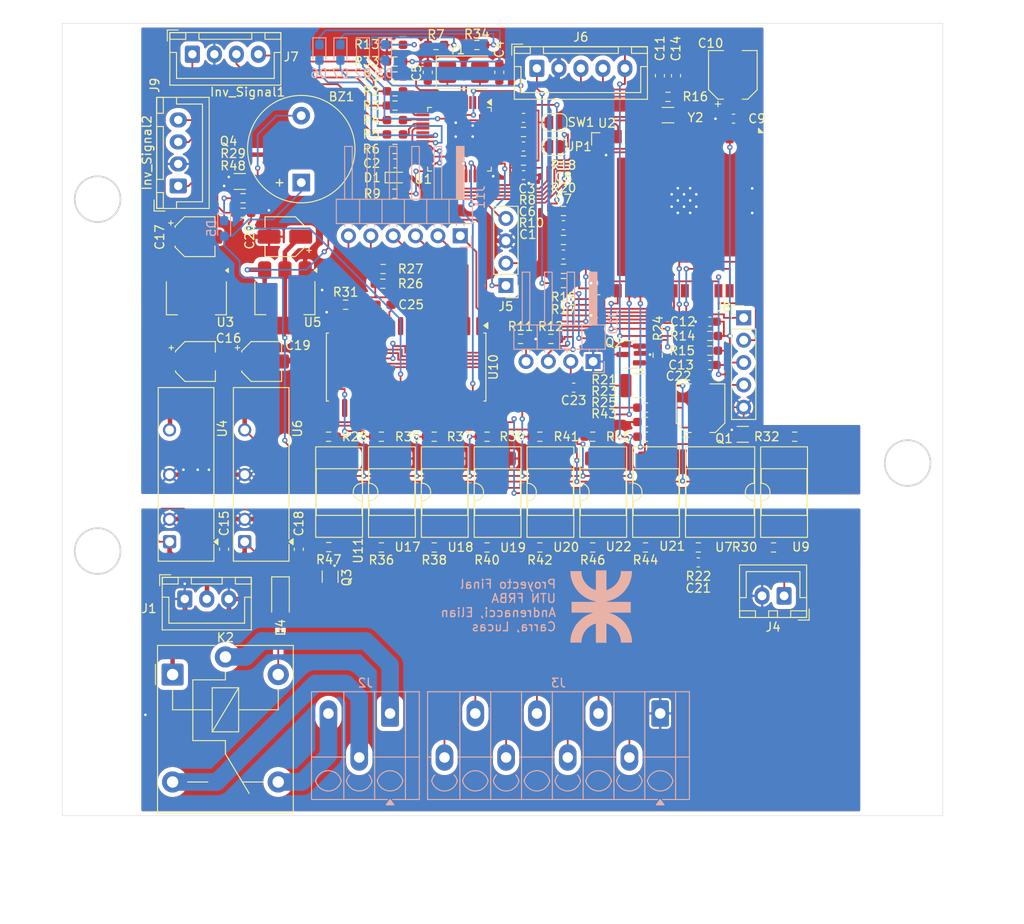
<source format=kicad_pcb>
(kicad_pcb (version 20241229) (generator "pcbnew") (generator_version "9.0")
  (layers (0 "F.Cu" signal) (2 "B.Cu" signal) (13 "F.Paste" user) (15 "B.Paste" user) (5 "F.SilkS" user "F.Silkscreen") (7 "B.SilkS" user "B.Silkscreen") (1 "F.Mask" user) (3 "B.Mask" user) (25 "Edge.Cuts" user))
  (net 0 "")
  (net 1 "/Perifericos/Buzzer")
  (net 2 "+5V_ESP")
  (net 3 "3V3_STM")
  (net 4 "GND")
  (net 5 "/STM32/OSC_In")
  (net 6 "/STM32/OSC_Out")
  (net 7 "/STM32/STM_Reset")
  (net 8 "/ESP32/5V_test")
  (net 9 "/ESP32/3.3V_test")
  (net 10 "+3.3V_ESP")
  (net 11 "/ESP32/RTC_XTAL2")
  (net 12 "/ESP32/ENABLE")
  (net 13 "/ESP32/BOOT_prog")
  (net 14 "/ESP32/RTC_XTAL1")
  (net 15 "GND_ISO")
  (net 16 "+12V_ISO")
  (net 17 "Net-(Q1-B)")
  (net 18 "Net-(D2-K)")
  (net 19 "Net-(D3-K)")
  (net 20 "Net-(D6-K)")
  (net 21 "Net-(D7-K)")
  (net 22 "/Perifericos/LED_State")
  (net 23 "/Perifericos/LED_Error")
  (net 24 "/Perifericos/FREQ_SEL_2_ISO")
  (net 25 "/Perifericos/RELAY_COM")
  (net 26 "/Perifericos/FREQ_SEL_1_ISO")
  (net 27 "/Perifericos/RELAY_NC")
  (net 28 "/Perifericos/FREQ_SEL_3_ISO")
  (net 29 "/Perifericos/FREQ_SEL_4_ISO")
  (net 30 "/Perifericos/RELAY_NO")
  (net 31 "/Perifericos/START_CTRL_ISO")
  (net 32 "/Perifericos/TERMO_SWITCH_ISO")
  (net 33 "/Perifericos/STOP_BUTTON_ISO")
  (net 34 "/STM32/SW_3V3")
  (net 35 "/STM32/SW_DIO")
  (net 36 "/ESP32/Vsens_HV")
  (net 37 "/ESP32/VSens_Corriente")
  (net 38 "/STM32/U_In")
  (net 39 "/STM32/U_Sd")
  (net 40 "/STM32/V_In")
  (net 41 "/ESP32/TXD0_prog")
  (net 42 "/ESP32/RXD0_prog")
  (net 43 "/STM32/W_Sd")
  (net 44 "/STM32/W_In")
  (net 45 "/STM32/V_Sd")
  (net 46 "/ESP32/OLED_SDA")
  (net 47 "/ESP32/OLED_SCL")
  (net 48 "Net-(Q1-C)")
  (net 49 "Net-(Q1-E)")
  (net 50 "Net-(Q2-G)")
  (net 51 "Net-(Q2-D)")
  (net 52 "Net-(U1-PA1)")
  (net 53 "Net-(U1-PA2)")
  (net 54 "Net-(U1-PA3)")
  (net 55 "Net-(U1-PA4)")
  (net 56 "Net-(U1-PA5)")
  (net 57 "Net-(U1-PA6)")
  (net 58 "/STM32/Boot0")
  (net 59 "/STM32/Boot1")
  (net 60 "/Perifericos/FREQ_SEL_1")
  (net 61 "/ESP32/V0-10V")
  (net 62 "/Perifericos/Matrix_0")
  (net 63 "/Perifericos/Matrix_1")
  (net 64 "/Perifericos/FREQ_SEL_3")
  (net 65 "Net-(R42-Pad1)")
  (net 66 "/Perifericos/RELAY_CTRL")
  (net 67 "/Perifericos/FREQ_SEL_4")
  (net 68 "/ESP32/START_CTRL")
  (net 69 "/ESP32/STOP_BUTTON")
  (net 70 "/ESP32/RESET_MCP")
  (net 71 "/Perifericos/TermoSw_Input")
  (net 73 "/ESP32/MISO")
  (net 77 "/ESP32/MOSI")
  (net 79 "/ESP32/NSS")
  (net 83 "/ESP32/SCK")
  (net 92 "/STM32/STOP_BUTTON")
  (net 97 "/ESP32/INT_A")
  (net 98 "/ESP32/SCL_MCP")
  (net 103 "/ESP32/SDA_MCP")
  (net 106 "/ESP32/INT_B")
  (net 108 "/Perifericos/Matrix_4")
  (net 109 "/Perifericos/Matrix_5")
  (net 110 "/Perifericos/Matrix_2")
  (net 111 "/Perifericos/Matrix_3")
  (net 112 "/Perifericos/0_10V_ISO")
  (net 113 "Net-(D4-A)")
  (net 114 "Net-(D5-K)")
  (net 117 "/Fuentes/Fuente_ISO/+5V_OUT")
  (net 118 "Net-(R28-Pad2)")
  (net 119 "Net-(R30-Pad2)")
  (net 120 "Net-(R36-Pad1)")
  (net 121 "/Perifericos/FREQ_SEL_2")
  (net 122 "Net-(R38-Pad1)")
  (net 123 "Net-(R40-Pad1)")
  (net 124 "Net-(R44-Pad1)")
  (net 125 "Net-(R46-Pad1)")
  (net 131 "/STM32/SW_Clk")
  (net 132 "Net-(Q3-B)")
  (net 134 "Net-(R47-Pad1)")
  (net 135 "Net-(BZ1--)")
  (net 136 "Net-(Q4-B)")
  (footprint "Resistor_SMD:R_0603_1608Metric_Pad0.98x0.95mm_HandSolder" (layer "F.Cu") (at 158.64 77.2575 -90)
    (property "Reference" "R24")
    (property "Value" "10K")
  )
  (footprint "Capacitor_SMD:C_0603_1608Metric" (layer "F.Cu") (at 117.8766 99.304 90)
    (property "Reference" "C18")
    (property "Value" "4.7uF")
  )
  (footprint "Resistor_SMD:R_0603_1608Metric_Pad0.98x0.95mm_HandSolder" (layer "F.Cu") (at 127.427 69.1288)
    (property "Reference" "R26")
    (property "Value" "10K")
  )
  (footprint "Package_DIP:DIP-4_W7.62mm_SMDSocket_SmallPads" (layer "F.Cu") (at 146.455 92.8 90)
    (property "Reference" "U20")
    (property "Value" "PC817")
  )
  (footprint "Capacitor_SMD:C_0603_1608Metric" (layer "F.Cu") (at 164.565 78.365 180)
    (property "Reference" "C13")
    (property "Value" "1nF")
  )
  (footprint "Resistor_SMD:R_0603_1608Metric_Pad0.98x0.95mm_HandSolder" (layer "F.Cu") (at 128.8 53.825 180)
    (property "Reference" "R6")
    (property "Value" "1K")
  )
  (footprint "Crystal:Crystal_SMD_3215-2Pin_3.2x1.5mm" (layer "F.Cu") (at 159.805 49.985)
    (property "Reference" "Y2")
    (property "Value" "32.768KHz")
  )
  (footprint "Resistor_SMD:R_0603_1608Metric_Pad0.98x0.95mm_HandSolder" (layer "F.Cu") (at 128.8 52.175 180)
    (property "Reference" "R5")
    (property "Value" "1K")
  )
  (footprint "Capacitor_SMD:C_0603_1608Metric" (layer "F.Cu") (at 160.72 45.51 -90)
    (property "Reference" "C14")
    (property "Value" "12pF")
  )
  (footprint "Resistor_SMD:R_0603_1608Metric_Pad0.98x0.95mm_HandSolder" (layer "F.Cu") (at 111.552 61.077 180)
    (property "Reference" "R48")
    (property "Value" "1.2K")
  )
  (footprint "Capacitor_SMD:C_0603_1608Metric_Pad1.08x0.95mm_HandSolder" (layer "F.Cu") (at 167.25 50.39 180)
    (property "Reference" "C9")
    (property "Value" "100nF")
  )
  (footprint "Connector_JST:JST_XH_B5B-XH-A_1x05_P2.50mm_Vertical" (layer "F.Cu") (at 144.915 44.675)
    (property "Reference" "J6")
    (property "Value" "Inverter_MEAS")
  )
  (footprint "Resistor_SMD:R_0603_1608Metric_Pad0.98x0.95mm_HandSolder" (layer "F.Cu") (at 145.255 86.51 180)
    (property "Reference" "R41")
    (property "Value" "33.2K")
  )
  (footprint "Resistor_SMD:R_0603_1608Metric_Pad0.98x0.95mm_HandSolder" (layer "F.Cu") (at 127.451593 67.464696)
    (property "Reference" "R27")
    (property "Value" "10K")
  )
  (footprint "Connector_JST:JST_XH_B2B-XH-A_1x02_P2.50mm_Vertical" (layer "F.Cu") (at 172.9946 104.5872 180)
    (property "Reference" "J4")
    (property "Value" "Conn_01x02")
  )
  (footprint "Capacitor_SMD:CP_Elec_4x5.4" (layer "F.Cu") (at 106.1418 77.968)
    (property "Reference" "C16")
    (property "Value" "10uF")
  )
  (footprint "Capacitor_SMD:CP_Elec_4x5.4" (layer "F.Cu") (at 113.6602 77.968)
    (property "Reference" "C19")
    (property "Value" "10uF")
  )
  (footprint "Resistor_SMD:R_0603_1608Metric_Pad0.98x0.95mm_HandSolder" (layer "F.Cu") (at 163.255 99.09 180)
    (property "Reference" "R22")
    (property "Value" "1K")
  )
  (footprint "Package_DIP:DIP-4_W7.62mm_SMDSocket_SmallPads" (layer "F.Cu") (at 122.455 92.8 -90)
    (property "Reference" "U11")
    (property "Value" "PC817")
  )
  (footprint "Connector_PinHeader_2.54mm:PinHeader_1x05_P2.54mm_Vertical" (layer "F.Cu") (at 168.405 73.01)
    (property "Reference" "J8")
    (property "Value" "ESP32_Programmer")
  )
  (footprint "Resistor_SMD:R_0603_1608Metric_Pad0.98x0.95mm_HandSolder" (layer "F.Cu") (at 147.9325 69.065)
    (property "Reference" "R17")
    (property "Value" "681K")
  )
  (footprint "Resistor_SMD:R_0603_1608Metric_Pad0.98x0.95mm_HandSolder" (layer "F.Cu") (at 128.8 42 180)
    (property "Reference" "R13")
    (property "Value" "680")
  )
  (footprint "Capacitor_SMD:CP_Elec_4x5.4" (layer "F.Cu") (at 116.2975 63.7948 180)
    (property "Reference" "C20")
    (property "Value" "22uF")
  )
  (footprint "Resistor_SMD:R_0603_1608Metric_Pad0.98x0.95mm_HandSolder" (layer "F.Cu") (at 128.8 43.9 180)
    (property "Reference" "R33")
    (property "Value" "680")
  )
  (footprint "Resistor_SMD:R_0603_1608Metric_Pad0.98x0.95mm_HandSolder" (layer "F.Cu") (at 128.7986 58.918)
    (property "Reference" "R9")
    (property "Value" "10K")
  )
  (footprint "Diode_SMD:D_SOD-123" (layer "F.Cu") (at 115.7938 104.7904 -90)
    (property "Reference" "D4")
    (property "Value" "1N4148W")
  )
  (footprint "Connector_PinHeader_2.54mm:PinHeader_1x04_P2.54mm_Vertical" (layer "F.Cu") (at 141.397 69.34 180)
    (property "Reference" "J5")
    (property "Value" "Inv_Signal1_A1")
  )
  (footprint "Resistor_SMD:R_0603_1608Metric_Pad0.98x0.95mm_HandSolder" (layer "F.Cu") (at 133.255 86.51 180)
    (property "Reference" "R37")
    (property "Value" "33.2K")
  )
  (footprint "Capacitor_SMD:C_0603_1608Metric" (layer "F.Cu") (at 164.565 73.445 180)
    (property "Reference" "C12")
    (property "Value" "1nF")
  )
  (footprint "Capacitor_SMD:C_0603_1608Metric_Pad1.08x0.95mm_HandSolder" (layer "F.Cu") (at 163.255 100.79)
    (property "Reference" "C21")
    (property "Value" "100nF")
  )
  (footprint "Capacitor_SMD:CP_Elec_4x5.4" (layer "F.Cu") (at 106.091 63.7948)
    (property "Reference" "C17")
    (property "Value" "22uF")
  )
  (footprint "Package_TO_SOT_SMD:SOT-523" (layer "F.Cu") (at 168.3075 86.24)
    (property "Reference" "Q1")
    (property "Value" "BC847")
  )
  (footprint "Capacitor_SMD:C_0603_1608Metric_Pad1.08x0.95mm_HandSolder" (layer "F.Cu") (at 147.9325 65.815 180)
    (property "Reference" "C7")
    (property "Value" "100nF")
  )
  (footprint "Resistor_SMD:R_0603_1608Metric_Pad0.98x0.95mm_HandSolder" (layer "F.Cu") (at 121.2821 99.05)
    (property "Reference" "R47")
    (property "Value" "10K")
  )
  (footprint "Resistor_SMD:R_0603_1608Metric_Pad0.98x0.95mm_HandSolder" (layer "F.Cu") (at 143.4 55.15)
    (property "Reference" "R10")
    (property "Value" "10K")
  )
  (footprint "Resistor_SMD:R_0603_1608Metric_Pad0.98x0.95mm_HandSolder" (layer "F.Cu") (at 121.255 86.51)
    (property "Reference" "R28")
    (property "Value" "4.7K")
  )
  (footprint "Resistor_SMD:R_0603_1608Metric_Pad0.98x0.95mm_HandSolder" (layer "F.Cu") (at 139.255 99.09 180)
    (property "Reference" "R40")
    (property "Value" "4.7K")
  )
  (footprint "Converter_DCDC:Converter_DCDC_TRACO_TMA-05xxS_12xxS_Single_THT" (layer "F.Cu") (at 103.1954 98.4404 180)
    (property "Reference" "U4")
    (property "Value" "B1205S-2WR2")
  )
  (footprint "Resistor_SMD:R_0603_1608Metric_Pad0.98x0.95mm_HandSolder" (layer "F.Cu") (at 111.552 59.426)
    (property "Reference" "R29")
    (property "Value" "680")
  )
  (footprint "Resistor_SMD:R_0603_1608Metric_Pad0.98x0.95mm_HandSolder" (layer "F.Cu") (at 147.9325 67.44 180)
    (property "Reference" "R19")
    (property "Value" "121K")
  )
  (footprint "Connector_JST:JST_XH_B4B-XH-A_1x04_P2.50mm_Vertical" (layer "F.Cu") (at 104.186 58.029 90)
    (property "Reference" "J9")
    (property "Value" "Inv_Signal2")
  )
  (footprint "Package_DIP:DIP-4_W7.62mm_SMDSocket_SmallPads" (layer "F.Cu") (at 158.455 92.8 90)
    (property "Reference" "U21")
    (property "Value" "PC817")
  )
  (footprint "Resistor_SMD:R_0603_1608Metric_Pad0.98x0.95mm_HandSolder" (layer "F.Cu") (at 133.455 42.02 180)
    (property "Reference" "R7")
    (property "Value" "680")
  )
  (footprint "Resistor_SMD:R_0603_1608Metric_Pad0.98x0.95mm_HandSolder" (layer "F.Cu") (at 157.255 83.21)
    (property "Reference" "R23")
    (property "Value" "59K")
  )
  (footprint "Resistor_SMD:R_0603_1608Metric_Pad0.98x0.95mm_HandSolder" (layer "F.Cu") (at 146.515 75.41 180)
    (property "Reference" "R12")
    (property "Value" "10K")
  )
  (footprint "Capacitor_SMD:C_0603_1608Metric_Pad1.08x0.95mm_HandSolder" (layer "F.Cu") (at 147.9325 62.49 180)
    (property "Reference" "C8")
    (property "Value" "100nF")
  )
  (footprint "Resistor_SMD:R_0603_1608Metric_Pad0.98x0.95mm_HandSolder" (layer "F.Cu") (at 164.565 75.07)
    (property "Reference" "R14")
    (property "Value" "10K")
  )
  (footprint "Resistor_SMD:R_0603_1608Metric_Pad0.98x0.95mm_HandSolder" (layer "F.Cu") (at 174.195 86.51)
    (property "Reference" "R32")
    (property "Value" "3.3K")
  )
  (footprint "Relay_THT:Relay_SPDT_Finder_36.11" (layer "F.Cu") (at 103.5398 113.528)
    (property "Reference" "K2")
    (property "Value" "FINDER-36.11")
  )
  (footprint "Capacitor_SMD:C_0603_1608Metric_Pad1.08x0.95mm_HandSolder" (layer "F.Cu") (at 149.095 80.94)
    (property "Reference" "C23")
    (property "Value" "100nF")
  )
  (footprint "Package_DIP:DIP-4_W7.62mm_SMDSocket_SmallPads" (layer "F.Cu") (at 172.995 92.8 90)
    (property "Reference" "U9")
    (property "Value" "PC817")
  )
  (footprint "Image:LogoUTN" (layer "F.Cu") (at 152.2174 105.8064)
    (property "Reference" "G***" (hide yes))
    (property "Value" "LOGO" (hide yes))
  )
  (footprint "Package_QFP:LQFP-48_7x7mm_P0.5mm" (layer "F.Cu") (at 136.125 52.725 -90)
    (property "Reference" "U1")
    (property "Value" "STM32F103C8Tx")
  )
  (footprint "Resistor_SMD:R_0603_1608Metric_Pad0.98x0.95mm_HandSolder" (layer "F.Cu") (at 157.255 99.09 180)
    (property "Reference" "R44")
    (property "Value" "4.7K")
  )
  (footprint "Capacitor_SMD:C_0603_1608Metric" (layer "F.Cu") (at 158.89 45.51 90)
    (property "Reference" "C11")
    (property "Value" "12pF")
  )
  (footprint "Resistor_SMD:R_0603_1608Metric_Pad0.98x0.95mm_HandSolder" (layer "F.Cu") (at 139.255 86.51 180)
    (property "Reference" "R39")
    (property "Value" "33.2K")
  )
  (footprint "Capacitor_SMD:C_0603_1608Metric_Pad1.08x0.95mm_HandSolder" (layer "F.Cu") (at 127.5 71.5225 180)
    (property "Reference" "C25")
    (property "Value" "100nF")
  )
  (footprint "Resistor_SMD:R_0603_1608Metric_Pad0.98x0.95mm_HandSolder" (layer "F.Cu") (at 151.255 99.09 180)
    (property "Reference" "R46")
    (property "Value" "4.7K")
  )
  (footprint "Resistor_SMD:R_0603_1608Metric_Pad0.98x0.95mm_HandSolder" (layer "F.Cu") (at 164.565 76.74)
    (property "Reference" "R15")
    (property "Value" "10K")
  )
  (footprint "Resistor_SMD:R_0603_1608Metric_Pad0.98x0.95mm_HandSolder" (layer "F.Cu") (at 171.795 99.09)
    (property "Reference" "R30")
    (property "Value" "4.7K")
  )
  (footprint "Resistor_SMD:R_0603_1608Metric_Pad0.98x0.95mm_HandSolder" (layer "F.Cu") (at 147.9325 60.875)
    (property "Reference" "R18")
    (property "Value" "511K")
  )
  (footprint "Package_TO_SOT_SMD:SOT-23" (layer "F.Cu") (at 155.62 77.17 180)
    (property "Reference" "Q2")
    (property "Value" "2N7002")
  )
  (footprint "Capacitor_SMD:C_0603_1608Metric_Pad1.08x0.95mm_HandSolder" (layer "F.Cu") (at 143.4 56.8)
    (property "Reference" "C1")
    (property "Value" "100nF")
  )
  (footprint "Resistor_SMD:R_0603_1608Metric_Pad0.98x0.95mm_HandSolder" (layer "F.Cu") (at 145.255 99.09 180)
    (property "Reference" "R42")
    (property "Value" "4.7K")
  )
  (footprint "Resistor_SMD:R_0603_1608Metric_Pad0.98x0.95mm_HandSolder" (layer "F.Cu") (at 127.2575 99.09 180)
    (property "Reference" "R36")
    (property "Value" "4.7K")
  )
  (footprint "Resistor_SMD:R_0603_1608Metric_Pad0.98x0.95mm_HandSolder" (layer "F.Cu") (at 128.8 45.6 180)
    (property "Reference" "R1")
    (property "Value" "1K")
  )
  (footprint "Resistor_SMD:R_0603_1608Metric_Pad0.98x0.95mm_HandSolder" (layer "F.Cu") (at 128.8 47.275 180)
    (property "Reference" "R2")
    (property "Value" "1K")
  )
  (footprint "Resistor_SMD:R_0603_1608Metric_Pad0.98x0.95mm_HandSolder" (layer "F.Cu") (at 128.8 48.9 180)
    (property "Reference" "R3")
    (property "Value" "1K")
  )
  (footprint "Package_SO:SOIC-28W_7.5x17.9mm_P1.27mm" (layer "F.Cu") (at 130.07 78.6025 -90)
    (property "Reference" "U10")
    (property "Value" "MCP23017_SO")
  )
  (footprint "RF_Module:ESP32-WROOM-32E" (layer "F.Cu") (at 164.085 61.185 -90)
    (property "Reference" "U2")
    (property "Value" "ESP32-WROOM-32E-N16")
  )
  (footprint "Connector_JST:JST_XH_B3B-XH-A_1x03_P2.50mm_Vertical" (layer "F.Cu") (at 104.9226 104.9428)
    (property "Reference" "J1")
    (property "Value" "Micro_PwrBus_B1")
  )
  (footprint "Resistor_SMD:R_0603_1608Metric_Pad0.98x0.95mm_HandSolder" (layer "F.Cu") (at 128.8 50.55 180)
    (property "Reference" "R4")
    (property "Value" "1K")
  )
  (footprint "Package_DIP:DIP-4_W7.62mm_SMDSocket_SmallPads" (layer "F.Cu") (at 128.455 92.8 90)
    (property "Reference" "U17")
    (property "Value" "PC817")
  )
  (footprint "Package_TO_SOT_SMD:SOT-523" (layer "F.Cu") (at 111.171 57.521)
    (property "Reference" "Q4")
    (property "Value" "BC847")
  )
  (footprint "Resistor_SMD:R_1210_3225Metric_Pad1.30x2.65mm_HandSolder" (layer "F.Cu") (at 156.5575 80.71)
    (property "Reference" "R21")
    (property "Value" "28")
  )
  (footprint "Converter_DCDC:Converter_DCDC_TRACO_TMA-05xxS_12xxS_Single_THT" (layer "F.Cu") (at 111.7298 98.4404 180)
    (property "Reference" "U6")
    (property "Value" "B1205S-2WR2")
  )
  (footprint "Connector_JST:JST_XH_B4B-XH-A_1x04_P2.50mm_Vertical" (layer "F.Cu") (at 105.7862 43.0684)
    (property "Reference" "J7")
    (property "Value" "Inv_Signal1")
  )
  (footprint "Capacitor_SMD:C_0603_1608Metric_Pad1.08x0.95mm_HandSolder" (layer "F.Cu") (at 140.65 45.125 90)
    (property "Reference" "C4")
    (property "Value" "20pF")
  )
  (footprint "Capacitor_SMD:CP_Elec_5x5.4" (layer "F.Cu") (at 167.175 45.415 90)
    (property "Reference" "C10")
    (property "Value" "22uF")
  )
  (footprint "Resistor_SMD:R_0603_1608Metric_Pad0.98x0.95mm_HandSolder" (layer "F.Cu") (at 143.4 51.9 180)
    (property "Reference" "R8")
    (property "Value" "10K")
  )
  (footprint "Package_TO_SOT_SMD:SOT-223-3_TabPin2" (layer "F.Cu") (at 106.2434 70.7544 -90)
    (property "Reference" "U3")
    (property "Value" "AMS1117-3.3")
  )
  (footprint "Resistor_SMD:R_0603_1608Metric_Pad0.98x0.95mm_HandSolder" (layer "F.Cu") (at 151.255 86.51 180)
    (property "Reference" "R45")
    (property "Value" "33.2K")
  )
  (footprint "Crystal:Crystal_SMD_5032-2Pin_5.0x3.2mm" (layer "F.Cu") (at 136.6 45.125)
    (property "Reference" "Y1")
    (property "Value" "Crystal 8MHz")
  )
  (footprint "Capacitor_SMD:C_0603_1608Metric_Pad1.08x0.95mm_HandSolder" (layer "F.Cu") (at 143.4 53.55)
    (property "Reference" "C6")
    (property "Value" "100nF")
  )
  (footprint "Resistor_SMD:R_0603_1608Metric_Pad0.98x0.95mm_HandSolder" (layer "F.Cu") (at 123.195 71.5225 180)
    (property "Reference" "R31")
    (property "Value" "10K")
  )
  (footprint "Capacitor_SMD:CP_Elec_5x5.4" (layer "F.Cu") (at 163.505 83.27 90)
    (property "Reference" "C22")
    (property "Value" "22uF")
  )
  (footprint "Resistor_SMD:R_0603_1608Metric_Pad0.98x0.95mm_HandSolder" (layer "F.Cu") (at 157.255 86.51 180)
    (property "Reference" "R43")
    (property "Value" "33.2K")
  )
  (footprint "Buzzer_Beeper:Buzzer_12x9.5RM7.6" (layer "F.Cu") (at 118.156 57.648 90)
    (property "Reference" "BZ1")
    (property "Value" "Buzzer")
  )
  (footprint "Package_DIP:DIP-4_W7.62mm_SMDSocket_SmallPads" (layer "F.Cu") (at 134.455 92.8 90)
    (property "Reference" "U18")
    (property "Value" "PC817")
  )
  (footprint "Jumper:SolderJumper-2_P1.3mm_Open_RoundedPad1.0x1.5mm" (layer "F.Cu") (at 146.925 50.82 180)
    (property "Reference" "SW1")
    (property "Value" "SolderJumper_2_Open")
  )
  (footprint "Capacitor_SMD:C_0603_1608Metric_Pad1.08x0.95mm_HandSolder" (layer "F.Cu") (at 143.4 50.3)
    (property "Reference" "C3")
    (property "Value" "100nF")
  )
  (footprint "Resistor_SMD:R_0603_1608Metric_Pad0.98x0.95mm_HandSolder" (layer "F.Cu") (at 138.095 42.02 180)
    (property "Reference" "R34")
    (property "Value" "680")
  )
  (footprint "Resistor_SMD:R_0603_1608Metric_Pad0.98x0.95mm_HandSolder" (layer "F.Cu") (at 157.255 84.84)
    (property "Reference" "R25")
    (property "Value" "102")
  )
  (footprint "Package_DIP:DIP-4_W7.62mm_SMDSocket_SmallPads" (layer "F.Cu") (at 152.455 92.8 90)
    (property "Reference" "U22")
    (property "Value" "PC817")
  )
  (footprint "Package_TO_SOT_SMD:SOT-523" (layer "F.Cu") (at 121.4326 102.4028 -90)
    (property "Reference" "Q3")
    (property "Value" "BC847")
  )
  (footprint "Diode_SMD:D_SOD-523" (layer "F.Cu") (at 128.951 57.075)
    (property "Reference" "D1")
    (property "Value" "BSD5C031V")
  )
  (footprint "Capacitor_SMD:C_0603_1608Metric_Pad1.08x0.95mm_HandSolder" (layer "F.Cu") (at 132.525 45.125 90)
    (property "Reference" "C5")
    (property "Value" "20pF")
  )
  (footprint "Resistor_SMD:R_0603_1608Metric_Pad0.98x0.95mm_HandSolder" (layer "F.Cu") (at 143.065 75.41)
    (property "Reference" "R11")
    (property "Value" "10K")
  )
  (footprint "Resistor_SMD:R_0603_1608Metric_Pad0.98x0.95mm_HandSolder" (layer "F.Cu") (at 127.255 86.51 180)
    (property "Reference" "R35")
    (property "Value" "33.2K")
  )
  (footprint "Jumper:SolderJumper-2_P1.3mm_Open_RoundedPad1.0x1.5mm" (layer "F.Cu") (at 146.925 53.565)
    (property "Reference" "JP1")
    (property "Value" "SolderJumper_2_Open")
  )
  (footprint "Capacitor_SMD:C_0603_1608Metric_Pad1.08x0.95mm_HandSolder" (layer "F.Cu") (at 128.7986 55.4636 180)
    (property "Reference" "C2")
    (property "Value" "100nF")
  )
  (footprint "Resistor_SMD:R_0603_1608Metric_Pad0.98x0.95mm_HandSolder" (layer "F.Cu") (at 133.2575 99.09 180)
    (property "Reference" "R38")
    (property "Value" "4.7K")
  )
  (footprint "Resistor_SMD:R_0603_1608Metric_Pad0.98x0.95mm_HandSolder" (layer "F.Cu") (at 147.9325 64.165 180)
    (property "Reference" "R20")
    (property "Value" "150K")
  )
  (footprint "Capacitor_SMD:C_0603_1608Metric" (layer "F.Cu") (at 109.393 99.291 90)
    (property "Reference" "C15")
    (property "Value" "4.7uF")
  )
  (footprint "Package_DIP:DIP-4_W7.62mm_SMDSocket_SmallPads" (layer "F.Cu") (at 140.455 92.8 90)
    (property "Reference" "U19")
    (property "Value" "PC817")
  )
  (footprint "Package_TO_SOT_SMD:SOT-223-3_TabPin2" (layer "F.Cu") (at 116.2975 70.74 -90)
    (property "Reference" "U5")
    (property "Value" "AMS1117-3.3")
  )
  (footprint "Resistor_SMD:R_0603_1608Metric_Pad0.98x0.95mm_HandSolder" (layer "F.Cu") (at 159.805 47.91)
    (property "Reference" "R16")
    (property "Value" "1M")
  )
  (footprint "Package_DIP:DIP-6_W7.62mm_SMDSocket_SmallPads" (layer "F.Cu") (at 165.725 92.8 -90)
    (property "Reference" "U7")
    (property "Value" "4N25")
  )
  (footprint "LED_SMD:LED_0603_1608Metric_Pad1.05x0.95mm_HandSolder" (layer "B.Cu") (at 125.165 42.86 -90)
    (property "Reference" "D2")
    (property "Value" "LED_Green")
  )
  (footprint "LED_SMD:LED_0603_1608Metric_Pad1.05x0.95mm_HandSolder" (layer "B.Cu") (at 109.393 62.855 -90)
    (property "Reference" "D5")
    (property "Value" "LED_YELLOW")
  )
  (footprint "LED_SMD:LED_0603_1608Metric_Pad1.05x0.95mm_HandSolder" (layer "B.Cu") (at 120.2134 42.8652 -90)
    (property "Reference" "D6")
    (property "Value" "LED_YELLOW")
  )
  (footprint "Connector_PinHeader_2.54mm:PinHeader_1x06_P2.54mm_Horizontal" (layer "B.Cu") (at 136.2154 63.6932 90)
    (property "Reference" "J11")
    (property "Value" "Conn_01x06")
  )
  (footprint "LED_SMD:LED_0603_1608Metric_Pad1.05x0.95mm_HandSolder" (layer "B.Cu") (at 122.601 42.8652 -90)
    (property "Reference" "D7")
    (property "Value" "LED_RED")
  )
  (footprint "Connector_PinHeader_2.54mm:PinHeader_1x04_P2.54mm_Horizontal" (layer "B.Cu") (at 151.303 77.968 90)
    (property "Reference" "J10")
    (property "Value" "OLED")
  )
  (footprint "TerminalBlock_Degson:TerminalBlock_Degson_DG250-3.5-08P_1x08_P3.50mm_45Degree" (layer "B.Cu") (at 158.923 117.9476 180)
    (property "Reference" "J3")
    (property "Value" "Screw_Terminal_01x08")
  )
  (footprint "LED_SMD:LED_0603_1608Metric_Pad1.05x0.95mm_HandSolder" (layer "B.Cu") (at 127.681 42.8652 -90)
    (property "Reference" "D3")
    (property "Value" "LED_Green")
  )
  (footprint "TerminalBlock_Degson:TerminalBlock_Degson_DG250-3.5-03P_1x03_P3.50mm_45Degree" (layer "B.Cu") (at 128.2398 117.9476 180)
    (property "Reference" "J2")
    (property "Value" "Screw_Terminal_01x03")
  )
  (gr_circle (center 95.025 99.5) (end 97.625 99.5) (stroke (width 0.2)) (fill no) (layer "Edge.Cuts"))
  (gr_rect (start 91.0175 39.5475) (end 191.0175 129.5475) (stroke (width 0.05)) (fill no) (layer "Edge.Cuts"))
  (gr_circle (center 95.025 59.53) (end 97.625 59.53) (stroke (width 0.2)) (fill no) (layer "Edge.Cuts"))
  (gr_circle (center 187.025 89.5) (end 189.625 89.5) (stroke (width 0.2)) (fill no) (layer "Edge.Cuts"))
  (gr_text "Proyecto Final \nUTN FRBA\nAndrenacci, Elian\nCarra, Lucas" (at 147.1882 108.6766 0) (layer "B.SilkS") (effects (font (size 1 1)) (justify left bottom mirror)))
  (segment (start 112.187 62.2435) (end 112.187 62.855) (width 0.2) (layer "F.Cu") (net 1))
  (segment (start 112.4645 61.966) (end 112.187 62.2435) (width 0.2) (layer "F.Cu") (net 1))
  (segment (start 129.435 79.4) (end 129.435 83.2525) (width 0.2) (layer "F.Cu") (net 1))
  (segment (start 112.4645 61.077) (end 112.4645 61.966) (width 0.2) (layer "F.Cu") (net 1))
  (via (at 112.187 62.855) (size 0.6) (drill 0.3) (layers "F.Cu" "B.Cu") (net 1))
  (via (at 129.435 79.4) (size 0.6) (drill 0.3) (layers "F.Cu" "B.Cu") (net 1))
  (segment (start 129.435 73.1928) (end 129.435 79.4) (width 0.2) (layer "B.Cu") (net 1))
  (segment (start 119.0972 62.855) (end 125.3322 69.09) (width 0.2) (layer "B.Cu") (net 1))
  (segment (start 125.3322 69.09) (end 129.435 73.1928) (width 0.2) (layer "B.Cu") (net 1))
  (segment (start 112.187 62.855) (end 119.0972 62.855) (width 0.2) (layer "B.Cu") (net 1))
  (segment (start 147.02 70.24) (end 149.6644 70.24) (width 0.2) (layer "F.Cu") (net 2))
  (segment (start 152.365 84.04) (end 152.355 84.05) (width 0.2) (layer "F.Cu") (net 2))
  (segment (start 121.225 62.75) (end 121.225 65.05) (width 0.2) (layer "F.Cu") (net 2))
  (segment (start 113.9975 70.0107) (end 113.9975 67.59) (width 0.508) (layer "F.Cu") (net 2))
  (segment (start 149.455 87.86) (end 149.455 89.2) (width 0.2) (layer "F.Cu") (net 2))
  (segment (start 111.8602 77.968) (end 111.8602 77.1264) (width 0.508) (layer "F.Cu") (net 2))
  (segment (start 147.02 71.58) (end 147.02 69.065) (width 0.2) (layer "F.Cu") (net 2))
  (segment (start 149.695 75.33) (end 152.855 75.33) (width 0.2) (layer "F.Cu") (net 2))
  (segment (start 114.7778 88.7884) (end 114.7778 91.61) (width 0.2) (layer "F.Cu") (net 2))
  (segment (start 161.465 80.71) (end 158.1075 80.71) (width 0.2) (layer "F.Cu") (net 2))
  (segment (start 123.0074 61.8644) (end 137.9934 61.8644) (width 0.2) (layer "F.Cu") (net 2))
  (segment (start 139.6826 71.58) (end 147.02 71.58) (width 0.2) (layer "F.Cu") (net 2))
  (segment (start 111.8602 81.6984) (end 111.7298 81.8288) (width 0.508) (layer "F.Cu") (net 2))
  (segment (start 152.855 75.33) (end 152.855 83.37) (width 0.2) (layer "F.Cu") (net 2))
  (segment (start 113.711 75.2756) (end 113.711 70.2972) (width 0.508) (layer "F.Cu") (net 2))
  (segment (start 147.02 69.065) (end 145.51 69.065) (width 0.2) (layer "F.Cu") (net 2))
  (segment (start 152.355 84.05) (end 152.355 85.52) (width 0.2) (layer "F.Cu") (net 2))
  (segment (start 152.855 83.37) (end 152.365 83.37) (width 0.2) (layer "F.Cu") (net 2))
  (segment (start 137.9934 61.8644) (end 138.603 62.474) (width 0.2) (layer "F.Cu") (net 2))
  (segment (start 152.365 83.37) (end 152.365 84.04) (width 0.2) (layer "F.Cu") (net 2))
  (segment (start 111.8602 77.1264) (end 113.711 75.2756) (width 0.508) (layer "F.Cu") (net 2))
  (segment (start 149.6644 70.24) (end 149.684978 70.260578) (width 0.2) (layer "F.Cu") (net 2))
  (segment (start 113.9975 67.554) (end 113.9975 67.59) (width 0.2) (layer "F.Cu") (net 2))
  (segment (start 113.711 70.2972) (end 113.9975 70.0107) (width 0.508) (layer "F.Cu") (net 2))
  (segment (start 148.835 87.86) (end 149.455 87.86) (width 0.2) (layer "F.Cu") (net 2))
  (segment (start 138.603 62.474) (end 138.603 70.5004) (width 0.2) (layer "F.Cu") (net 2))
  (segment (start 123.0074 61.8644) (end 122.1106 61.8644) (width 0.2) (layer "F.Cu") (net 2))
  (segment (start 144.915 44.675) (end 144.915 46.9488) (width 0.2) (layer "F.Cu") (net 2))
  (segment (start 112.0346 67.554) (end 113.9975 67.554) (width 0.508) (layer "F.Cu") (net 2))
  (segment (start 122.1106 61.8644) (end 121.225 62.75) (width 0.2) (layer "F.Cu") (net 2))
  (segment (start 144.915 46.9488) (end 145.505 47.5388) (width 0.2) (layer "F.Cu") (net 2))
  (segment (start 120.775 65.5) (end 120.725 65.55) (width 0.2) (layer "F.Cu") (net 2))
  (segment (start 152.355 85.52) (end 148.835 85.52) (width 0.2) (layer "F.Cu") (net 2))
  (segment (start 138.603 70.5004) (end 139.6826 71.58) (width 0.2) (layer "F.Cu") (net 2))
  (segment (start 111.7298 81.8288) (end 111.7298 85.7404) (width 0.508) (layer "F.Cu") (net 2))
  (segment (start 161.475 80.72) (end 161.465 80.71) (width 0.2) (layer "F.Cu") (net 2))
  (segment (start 114.7778 91.61) (end 149.455 91.61) (width 0.2) (layer "F.Cu") (net 2))
  (segment (start 111.8602 77.968) (end 111.8602 81.6984) (width 0.508) (layer "F.Cu") (net 2))
  (segment (start 149.455 91.61) (end 168.265 91.61) (width 0.2) (layer "F.Cu") (net 2))
  (segment (start 111.7298 85.7404) (end 114.7778 88.7884) (width 0.2) (layer "F.Cu") (net 2))
  (segment (start 148.835 85.52) (end 148.835 87.86) (width 0.2) (layer "F.Cu") (net 2))
  (segment (start 121.225 65.05) (end 120.775 65.5) (width 0.2) (layer "F.Cu") (net 2))
  (segment (start 168.265 91.61) (end 168.265 88.99) (width 0.2) (layer "F.Cu") (net 2))
  (via (at 161.475 91.54) (size 0.6) (drill 0.3) (layers "F.Cu" "B.Cu") (net 2))
  (via (at 149.455 89.2) (size 0.6) (drill 0.3) (layers "F.Cu" "B.Cu") (net 2))
  (via (at 161.475 80.72) (size 0.6) (drill 0.3) (layers "F.Cu" "B.Cu") (net 2))
  (via (at 112.0346 67.554) (size 0.6) (drill 0.3) (layers "F.Cu" "B.Cu") (net 2))
  (via (at 120.775 65.5) (size 0.6) (drill 0.3) (layers "F.Cu" "B.Cu") (net 2))
  (via (at 145.505 47.5388) (size 0.6) (drill 0.3) (layers "F.Cu" "B.Cu") (net 2))
  (via (at 149.684978 70.260578) (size 0.6) (drill 0.3) (layers "F.Cu" "B.Cu") (net 2))
  (via (at 149.455 91.61) (size 0.6) (drill 0.3) (layers "F.Cu" "B.Cu") (net 2))
  (via (at 145.505 69.07) (size 0.6) (drill 0.3) (layers "F.Cu" "B.Cu") (net 2))
  (via (at 149.695 75.33) (size 0.6) (drill 0.3) (layers "F.Cu" "B.Cu") (net 2))
  (segment (start 149.695 75.140044) (end 149.684978 75.130022) (width 0.2) (layer "B.Cu") (net 2))
  (segment (start 161.475 91.54) (end 161.475 80.72) (width 0.2) (layer "B.Cu") (net 2))
  (segment (start 149.695 75.33) (end 149.695 75.140044) (width 0.2) (layer "B.Cu") (net 2))
  (segment (start 161.475 80.72) (end 161.475 80.71) (width 0.2) (layer "B.Cu") (net 2))
  (segment (start 149.455 91.61) (end 149.455 89.2) (width 0.2) (layer "B.Cu") (net 2))
  (segment (start 145.505 69.07) (end 145.505 47.5388) (width 0.2) (layer "B.Cu") (net 2))
  (segment (start 120.775 65.5) (end 118.721 67.554) (width 0.2) (layer "B.Cu") (net 2))
  (segment (start 149.684978 75.130022) (end 149.684978 70.260578) (width 0.2) (layer "B.Cu") (net 2))
  (segment (start 118.721 67.554) (end 112.0346 67.554) (width 0.2) (layer "B.Cu") (net 2))
  (segment (start 138.226 52.176057) (end 138.225 52.175057) (width 0.2) (layer "F.Cu") (net 3))
  (segment (start 129.6622 57.0354) (end 129.6622 55.4769) (width 0.508) (layer "F.Cu") (net 3))
  (segment (start 129.651 57.075) (end 130.7116 57.075) (width 0.508) (layer "F.Cu") (net 3))
  (segment (start 130.7116 57.075) (end 131.945 58.3084) (width 0.508) (layer "F.Cu") (net 3))
  (segment (start 141.635 50.2929) (end 141.6421 50.3) (width 0.2) (layer "F.Cu") (net 3))
  (segment (start 126.3094 60.5436) (end 120.2388 54.473) (width 0.508) (layer "F.Cu") (net 3))
  (segment (start 132.8529 55.475) (end 133.175 55.1529) (width 0.2) (layer "F.Cu") (net 3))
  (segment (start 137.375057 51.825) (end 134.875 51.825) (width 0.2) (layer "F.Cu") (net 3))
  (segment (start 141.875 55.15) (end 142.4875 55.15) (width 0.2) (layer "F.Cu") (net 3))
  (segment (start 141.875 56.8) (end 142.5375 56.8) (width 0.2) (layer "F.Cu") (net 3))
  (segment (start 104.3638 62.4232) (end 104.3638 63.73) (width 0.508) (layer "F.Cu") (net 3))
  (segment (start 131.437 60.5436) (end 126.3094 60.5436) (width 0.508) (layer "F.Cu") (net 3))
  (segment (start 138.875 48.5625) (end 138.875 49.975) (width 0.2) (layer "F.Cu") (net 3))
  (segment (start 136.945 51.825) (end 136.945 50.569) (width 0.2) (layer "F.Cu") (net 3))
  (segment (start 129.6622 55.4769) (end 129.6489 55.4636) (width 0.508) (layer "F.Cu") (net 3))
  (segment (start 138.445 49.975) (end 138.875 49.975) (width 0.2) (layer "F.Cu") (net 3))
  (segment (start 134.875 50.39) (end 134.875 48.5625) (width 0.2) (layer "F.Cu") (net 3))
  (segment (start 141.635 49.975) (end 141.635 50.2929) (width 0.2) (layer "F.Cu") (net 3))
  (segment (start 137.874943 51.825) (end 137.873943 51.824) (width 0.2) (layer "F.Cu") (net 3))
  (segment (start 104.291 63.7948) (end 104.3558 63.73) (width 0.2) (layer "F.Cu") (net 3))
  (segment (start 138.226 52.673943) (end 138.226 52.176057) (width 0.2) (layer "F.Cu") (net 3))
  (segment (start 138.875 56.8875) (end 138.875 57.925) (width 0.2) (layer "F.Cu") (net 3))
  (segment (start 141.875 57.925) (end 141.875 55.15) (width 0.2) (layer "F.Cu") (net 3))
  (segment (start 134.875 54.7) (end 134.875 51.825) (width 0.2) (layer "F.Cu") (net 3))
  (segment (start 138.826 56.067176) (end 138.776 56.017176) (width 0.2) (layer "F.Cu") (net 3))
  (segment (start 138.776 56.017176) (end 138.776 54.551) (width 0.2) (layer "F.Cu") (net 3))
  (segment (start 129.7018 57.075) (end 129.6622 57.0354) (width 0.508) (layer "F.Cu") (net 3))
  (segment (start 129.651 57.075) (end 129.7018 57.075) (width 0.508) (layer "F.Cu") (net 3))
  (segment (start 140.2875 49.975) (end 138.875 49.975) (width 0.2) (layer "F.Cu") (net 3))
  (segment (start 138.776 54.551) (end 138.225 54) (width 0.2) (layer "F.Cu") (net 3))
  (segment (start 133.175 54.7) (end 134.875 54.7) (width 0.2) (layer "F.Cu") (net 3))
  (segment (start 131.9625 55.475) (end 132.8529 55.475) (width 0.2) (layer "F.Cu") (net 3))
  (segment (start 138.875 57.925) (end 141.875 57.925) (width 0.2) (layer "F.Cu") (net 3))
  (segment (start 145.506 55.975) (end 141.875 55.975) (width 0.2) (layer "F.Cu") (net 3))
  (segment (start 146.275 53.565) (end 145.506 53.565) (width 0.2) (layer "F.Cu") (net 3))
  (segment (start 129.6875 55.475) (end 129.6761 55.4636) (width 0.2) (layer "F.Cu") (net 3))
  (segment (start 138.225 54) (end 138.225 52.674943) (width 0.2) (layer "F.Cu") (net 3))
  (segment (start 131.9625 55.475) (end 129.6875 55.475) (width 0.2) (layer "F.Cu") (net 3))
  (segment (start 107.869 58.918) (end 104.3638 62.4232) (width 0.508) (layer "F.Cu") (net 3))
  (segment (start 133.635 50.39) (end 134.875 50.39) (width 0.2) (layer "F.Cu") (net 3))
  (segment (start 106.2434 67.6044) (end 106.2434 65.7472) (width 0.508) (layer "F.Cu") (net 3))
  (segment (start 131.945 60.0356) (end 131.437 60.5436) (width 0.508) (layer "F.Cu") (net 3))
  (segment (start 137.873943 51.824) (end 137.376057 51.824) (width 0.2) (layer "F.Cu") (net 3))
  (segment (start 106.2434 65.7472) (end 104.291 63.7948) (width 0.508) (layer "F.Cu") (net 3))
  (segment (start 101.5698 92.32) (end 171.725 92.32) (width 0.2) (layer "F.Cu") (net 3))
  (segment (start 138.875 56.1175) (end 138.826 56.0685) (width 0.2) (layer "F.Cu") (net 3))
  (segment (start 134.875 51.825) (end 134.875 50.39) (width 0.2) (layer "F.Cu") (net 3))
  (segment (start 138.875 56.8875) (end 138.875 56.1175) (width 0.2) (layer "F.Cu") (net 3))
  (segment (start 140.2875 49.975) (end 141.635 49.975) (width 0.2) (layer "F.Cu") (net 3))
  (segment (start 131.945 58.3084) (end 131.945 60.0356) (width 0.508) (layer "F.Cu") (net 3))
  (segment (start 138.826 56.0685) (end 138.826 56.067176) (width 0.2) (layer "F.Cu") (net 3))
  (segment (start 129.6489 55.4636) (end 129.6611 55.4636) (width 0.508) (layer "F.Cu") (net 3))
  (segment (start 138.225 52.674943) (end 138.226 52.673943) (width 0.2) (layer "F.Cu") (net 3))
  (segment (start 137.376057 51.824) (end 137.375057 51.825) (width 0.2) (layer "F.Cu") (net 3))
  (segment (start 145.506 53.565) (end 145.506 55.975) (width 0.2) (layer "F.Cu") (net 3))
  (segment (start 101.5698 65.1664) (end 101.5698 92.32) (width 0.2) (layer "F.Cu") (net 3))
  (segment (start 136.946 50.57) (end 138.445 50.57) (width 0.2) (layer "F.Cu") (net 3))
  (segment (start 136.945 50.569) (end 136.946 50.57) (width 0.2) (layer "F.Cu") (net 3))
  (segment (start 107.869 56.505) (end 107.869 58.918) (width 0.508) (layer "F.Cu") (net 3))
  (segment (start 138.225 52.175057) (end 138.225 51.825) (width 0.2) (layer "F.Cu") (net 3))
  (segment (start 129.6761 55.4636) (end 129.6611 55.4636) (width 0.2) (layer "F.Cu") (net 3))
  (segment (start 141.6421 50.3) (end 142.5375 50.3) (width 0.2) (layer "F.Cu") (net 3))
  (segment (start 120.2388 54.473) (end 109.901 54.473) (width 0.508) (layer "F.Cu") (net 3))
  (segment (start 171.725 92.32) (end 171.725 88.99) (width 0.2) (layer "F.Cu") (net 3))
  (segment (start 133.175 55.1529) (end 133.175 54.7) (width 0.2) (layer "F.Cu") (net 3))
  (segment (start 109.901 54.473) (end 107.869 56.505) (width 0.508) (layer "F.Cu") (net 3))
  (segment (start 106.2434 67.6044) (end 106.2434 73.9044) (width 0.508) (layer "F.Cu") (net 3))
  (segment (start 104.3558 63.73) (end 103.0062 63.73) (width 0.2) (layer "F.Cu") (net 3))
  (segment (start 103.0062 63.73) (end 101.5698 65.1664) (width 0.2) (layer "F.Cu") (net 3))
  (segment (start 138.225 51.825) (end 137.874943 51.825) (width 0.2) (layer "F.Cu") (net 3))
  (segment (start 104.3638 63.73) (end 104.3558 63.73) (width 0.2) (layer "F.Cu") (net 3))
  (segment (start 138.445 50.57) (end 138.445 49.975) (width 0.2) (layer "F.Cu") (net 3))
  (via (at 133.635 50.39) (size 0.6) (drill 0.3) (layers "F.Cu" "B.Cu") (net 3))
  (segment (start 127.605 46.9292) (end 125.165 44.4892) (width 0.2) (layer "B.Cu") (net 3))
  (segment (start 133.635 50.39) (end 127.605 50.39) (width 0.2) (layer "B.Cu") (net 3))
  (segment (start 127.605 50.39) (end 127.605 46.9292) (width 0.2) (layer "B.Cu") (net 3))
  (segment (start 125.165 44.4892) (end 125.165 43.735) (width 0.2) (layer "B.Cu") (net 3))
  (segment (start 145.115 57.7) (end 144.005 57.7) (width 0.2) (layer "F.Cu") (net 4))
  (segment (start 108.5434 67.6044) (end 110.2562 67.6044) (width 0.508) (layer "F.Cu") (net 4))
  (segment (start 153.725 84.84) (end 153.725 88.99) (width 0.2) (layer "F.Cu") (net 4))
  (segment (start 115.616 55.743) (end 120.2896 55.743) (width 0.508) (layer "F.Cu") (net 4))
  (segment (start 107.891 63.7948) (end 114.4975 63.7948) (width 0.508) (layer "F.Cu") (net 4))
  (segment (start 102.9814 55.5544) (end 104.1606 55.5544) (width 0.2) (layer "F.Cu") (net 4))
  (segment (start 151.305 80.94) (end 151.305 77.97) (width 0.2) (layer "F.Cu") (net 4))
  (segment (start 138.975 50.475) (end 138.975 54.0412) (width 0.2) (layer "F.Cu") (net 4))
  (segment (start 124.355 83.2525) (end 124.355 84.859) (width 0.2) (layer "F.Cu") (net 4))
  (segment (start 107.9418 76.8792) (end 107.9418 77.968) (width 0.508) (layer "F.Cu") (net 4))
  (segment (start 144.575 67.44) (end 146.2825 67.44) (width 0.2) (layer "F.Cu") (net 4))
  (segment (start 147.725 90.269) (end 141.725 90.269) (width 0.2) (layer "F.Cu") (net 4))
  (segment (start 102.662 59.045) (end 102.662 55.8738) (width 0.2) (layer "F.Cu") (net 4))
  (segment (start 108.2862 43.0684) (end 108.2862 41.4828) (width 0.2) (layer "F.Cu") (net 4))
  (segment (start 144.2625 51.85) (end 144.3125 51.9) (width 0.2) (layer "F.Cu") (net 4))
  (segment (start 165.655 50.39) (end 165.215 50.39) (width 0.2) (layer "F.Cu") (net 4))
  (segment (start 139.177 54.2432) (end 139.177 55.851076) (width 0.2) (layer "F.Cu") (net 4))
  (segment (start 102.662 55.8738) (end 102.8906 55.6452) (width 0.2) (layer "F.Cu") (net 4))
  (segment (start 148.365 47.9) (end 148.385 47.88) (width 0.2) (layer "F.Cu") (net 4))
  (segment (start 120.2896 55.743) (end 125.8014 61.2548) (width 0.508) (layer "F.Cu") (net 4))
  (segment (start 106.98 55.235) (end 106.98 57.902) (width 0.2) (layer "F.Cu") (net 4))
  (segment (start 114.473 57.648) (end 114.473 60.7976) (width 0.2) (layer "F.Cu") (net 4))
  (segment (start 167.175 45.41) (end 167.175 43.215) (width 0.2) (layer "F.Cu") (net 4))
  (segment (start 135.375 50.525) (end 135.7 50.85) (width 0.2) (layer "F.Cu") (net 4))
  (segment (start 107.0562 90.8204) (end 107.0562 80.8492) (width 0.508) (layer "F.Cu") (net 4))
  (segment (start 144.2625 51.1) (end 144.2625 51.85) (width 0.2) (layer "F.Cu") (net 4))
  (segment (start 141.725 88.99) (end 141.725 90.269) (width 0.2) (layer "F.Cu") (net 4))
  (segment (start 160.72 44.735) (end 160.72 43.88) (width 0.2) (layer "F.Cu") (net 4))
  (segment (start 115.4814 78.04) (end 115.4602 78.0188) (width 0.2) (layer "F.Cu") (net 4))
  (segment (start 111.7702 90.78) (end 111.7298 90.8204) (width 0.508) (layer "F.Cu") (net 4))
  (segment (start 127.115 55.47) (end 127.115 57.08) (width 0.2) (layer "F.Cu") (net 4))
  (segment (start 160.72 43.88) (end 159.035 43.88) (width 0.2) (layer "F.Cu") (net 4))
  (segment (start 132.5425 42.02) (end 131.695 42.02) (width 0.2) (layer "F.Cu") (net 4))
  (segment (start 102.8906 55.4636) (end 102.9814 55.5544) (width 0.2) (layer "F.Cu") (net 4))
  (segment (start 103.1954 90.8204) (end 111.7298 90.8204) (width 0.508) (layer "F.Cu") (net 4))
  (segment (start 126.182 54.625) (end 125.014 53.457) (width 0.2) (layer "F.Cu") (net 4))
  (segment (start 111.29 73.531) (end 107.9418 76.8792) (width 0.508) (layer "F.Cu") (net 4))
  (segment (start 111.29 68.6382) (end 111.29 73.531) (width 0.508) (layer "F.Cu") (net 4))
  (segment (start 120.515 69.84) (end 120.525 69.85) (width 0.508) (layer "F.Cu") (net 4))
  (segment (start 129.725 88.99) (end 129.725 90.269) (width 0.2) (layer "F.Cu") (net 4))
  (segment (start 129.725 90.269) (end 121.185 90.269) (width 0.2) (layer "F.Cu") (net 4))
  (segment (start 119.765 78.04) (end 115.4814 78.04) (width 0.2) (layer "F.Cu") (net 4))
  (segment (start 147.07 62.49) (end 146.2825 62.49) (width 0.2) (layer "F.Cu") (net 4))
  (segment (start 119.045 42.916) (end 117.5718 41.4428) (width 0.2) (layer "F.Cu") (net 4))
  (segment (start 169.375 61.1024) (end 169.375 58.3084) (width 0.2) (layer "F.Cu") (net 4))
  (segment (start 118.6525 67.645) (end 118.6525 69.84) (width 0.508) (layer "F.Cu") (net 4))
  (segment (start 148.365 50.82) (end 148.365 47.9) (width 0.2) (layer "F.Cu") (net 4))
  (segment (start 127.035 42.02) (end 127.035 42.93) (width 0.2) (layer "F.Cu") (net 4))
  (segment (start 108.758 53.457) (end 106.98 55.235) (width 0.2) (layer "F.Cu") (net 4))
  (segment (start 111.425 41.4428) (end 104.9226 41.4428) (width 0.2) (layer "F.Cu") (net 4))
  (segment (start 153.725 88.99) (end 153.725 90.269) (width 0.2) (layer "F.Cu") (net 4))
  (segment (start 102.662 43.7034) (end 102.662 55.235) (width 0.2) (layer "F.Cu") (net 4))
  (segment (start 108.5434 67.4718) (end 108.5434 67.6044) (width 0.508) (layer "F.Cu") (net 4))
  (segment (start 140.65 42.93) (end 140.65 44.2625) (width 0.2) (layer "F.Cu") (net 4))
  (segment (start 125.014 53.457) (end 108.758 53.457) (width 0.2) (layer "F.Cu") (net 4))
  (segment (start 140.2875 50.475) (end 141.25 50.475) (width 0.2) (layer "F.Cu") (net 4))
  (segment (start 104.9226 41.4428) (end 102.662 43.7034) (width 0.2) (layer "F.Cu") (net 4))
  (segment (start 102.662 55.235) (end 102.8906 55.4636) (width 0.2) (layer "F.Cu") (net 4))
  (segment (start 109.393 58.029) (end 110.518 58.029) (width 0.2) (layer "F.Cu") (net 4))
  (segment (start 118.5975 67.59) (end 118.6525 67.645) (width 0.508) (layer "F.Cu") (net 4))
  (segment (start 112.7458 90.78) (end 111.7702 90.78) (width 0.508) (layer "F.Cu") (net 4))
  (segment (start 110.2562 67.6044) (end 111.29 68.6382) (width 0.508) (layer "F.Cu") (net 4))
  (segment (start 107.891 63.7948) (end 107.891 66.8194) (width 0.508) (layer "F.Cu") (net 4))
  (segment (start 119.045 42.93) (end 119.045 42.916) (width 0.2) (layer "F.Cu") (net 4))
  (segment (start 124.355 84.859) (end 119.765 84.859) (width 0.2) (layer "F.Cu") (net 4))
  (segment (start 157.676 43.88) (end 157.676 47.88) (width 0.2) (layer "F.Cu") (net 4))
  (segment (start 131.695 42.02) (end 131.695 42.93) (width 0.2) (layer "F.Cu") (net 4))
  (segment (start 106.3958 90.8204) (end 106.3958 90.2616) (width 0.508) (layer "F.Cu") (net 4))
  (segment (start 138.375 54.842) (end 137.625 54.092) (width 0.2) (layer "F.Cu") (net 4))
  (segment (start 121.815 84.859) (end 121.815 83.2525) (width 0.2) (layer "F.Cu") (net 4))
  (segment (start 169.375 69.91) (end 169.375 61.1024) (width 0.2) (layer "F.Cu") (net 4))
  (segment (start 121.185 90.269) (end 121.185 88.99) (width 0.2) (layer "F.Cu") (net 4))
  (segment (start 159.035 43.88) (end 158.895 43.88) (width 0.2) (layer "F.Cu") (net 4))
  (segment (start 139.177 55.8524) (end 139.955 56.6304) (width 0.2) (layer "F.Cu") (net 4))
  (segment (start 132.525 42.93) (end 132.525 44.2625) (width 0.2) (layer "F.Cu") (net 4))
  (segment (start 151.305 77.97) (end 151.303 77.968) (width 0.2) (layer "F.Cu") (net 4))
  (segment (start 118.6525 76.0757) (end 116.7602 77.968) (width 0.508) (layer "F.Cu") (net 4))
  (segment (start 126.895 72.37) (end 126.075 72.37) (width 0.2) (layer "F.Cu") (net 4))
  (segment (start 147.02 64.165) (end 146.2875 64.165) (width 0.2) (layer "F.Cu") (net 4))
  (segment (start 104.7702 90.8204) (end 104.7702 90.2616) (width 0.508) (layer "F.Cu") (net 4))
  (segment (start 126.895 73.9525) (end 126.895 72.37) (width 0.2) (layer "F.Cu") (net 4))
  (segment (start 127.5297 55.4636) (end 127.5161 55.45) (width 0.2) (layer "F.Cu") (net 4))
  (segment (start 153.725 90.269) (end 147.725 90.269) (width 0.2) (layer "F.Cu") (net 4))
  (segment (start 138.975 54.0412) (end 139.177 54.2432) (width 0.2) (layer "F.Cu") (net 4))
  (segment (start 159.725 88.99) (end 159.725 90.269) (width 0.2) (layer "F.Cu") (net 4))
  (segment (start 140.2875 50.475) (end 138.975 50.475) (width 0.2) (layer "F.Cu") (net 4))
  (segment (start 103.1954 90.7696) (end 103.3478 90.6172) (width 0.508) (layer "F.Cu") (net 4))
  (segment (start 118.6894 60.7976) (end 120.061 62.1692) (width 0.508) (layer "F.Cu") (net 4))
  (segment (start 146.2825 62.49) (end 146.2825 67.44) (width 0.2) (layer "F.Cu") (net 4))
  (segment (start 164.915 81.07) (end 163.505 81.07) (width 0.2) (layer "F.Cu") (net 4))
  (segment (start 114.473 60.7976) (end 114.473 63.7703) (width 0.508) (layer "F.Cu") (net 4))
  (segment (start 145.165 56.8) (end 145.165 57.65) (width 0.2) (layer "F.Cu") (net 4))
  (segment (start 147.575 50.82) (end 148.365 50.82) (width 0.2) (layer "F.Cu") (net 4))
  (segment (start 141.385 50.61) (end 141.385 51.1) (width 0.2) (layer "F.Cu") (net 4))
  (segment (start 126.805 42.93) (end 131.695 42.93) (width 0.2) (layer "F.Cu") (net 4))
  (segment (start 156.3425 84.84) (end 153.725 84.84) (width 0.2) (layer "F.Cu") (net 4))
  (segment (start 144.785 75.41) (end 145.6025 75.41) (width 0.2) (layer "F.Cu") (net 4))
  (segment (start 144.2625 50.3) (end 144.2625 51.1) (width 0.2) (layer "F.Cu") (net 4))
  (segment (start 130.75 54.975) (end 131.9625 54.975) (width 0.2) (layer "F.Cu") (net 4))
  (segment (start 107.0562 80.8492) (end 107.9418 79.9636) (width 0.508) (layer "F.Cu") (net 4))
  (segment (start 130.4 54.625) (end 130.75 54.975) (width 0.2) (layer "F.Cu") (net 4))
  (segment (start 114.473 56.886) (end 115.616 55.743) (width 0.508) (layer "F.Cu") (net 4))
  (segment (start 126.075 72.37) (end 121.225 72.37) (width 0.2) (layer "F.Cu") (net 4))
  (segment (start 163.505 79.2) (end 163.505 81.07) (width 0.2) (layer "F.Cu") (net 4))
  (segment (start 151.615 55.45) (end 152.775 55.45) (width 0.2) (layer "F.Cu") (net 4))
  (segment (start 120.061 64.435248) (end 118.5975 65.898748) (width 0.508) (layer "F.Cu") (net 4))
  (segment (start 126.075 72.37) (end 126.6375 72.37) (width 0.2) (layer "F.Cu") (net 4))
  (segment (start 118.6525 69.84) (end 120.515 69.84) (width 0.508) (layer "F.Cu") (net 4))
  (segment (start 141.25 50.475) (end 141.385 50.61) (width 0.2) (layer "F.Cu") (net 4))
  (segment (start 140.1286 71.01) (end 144.575 71.01) (width 0.2) (layer "F.Cu") (net 4))
  (segment (start 157.676 47.88) (end 147.415 47.88) (width 0.2) (layer "F.Cu") (net 4))
  (segment (start 127.9361 55.4636) (end 127.5297 55.4636) (width 0.2) (layer "F.Cu") (net 4))
  (segment (start 119.765 84.859) (end 119.765 78.04) (width 0.2) (layer "F.Cu") (net 4))
  (segment (start 105.23862 59.64338) (end 103.26038 59.64338) (width 0.2) (layer "F.Cu") (net 4))
  (segment (start 141.725 90.269) (end 135.725 90.269) (width 0.2) (layer "F.Cu") (net 4))
  (segment (start 166.3875 50.39) (end 165.655 50.39) (width 0.2) (layer "F.Cu") (net 4))
  (segment (start 135.725 90.269) (end 129.725 90.269) (width 0.2) (layer "F.Cu") (net 4))
  (segment (start 107.6658 90.8204) (end 107.0562 90.8204) (width 0.508) (layer "F.Cu") (net 4))
  (segment (start 127.135 55.45) (end 127.115 55.47) (width 0.2) (layer "F.Cu") (net 4))
  (segment (start 144.2625 56.8) (end 145.165 56.8) (width 0.2) (layer "F.Cu") (net 4))
  (segment (start 127.035 42.93) (end 126.805 42.93) (width 0.2) (layer "F.Cu") (net 4))
  (segment (start 127.2238 54.625) (end 130.4 54.625) (width 0.2) (layer "F.Cu") (net 4))
  (segment (start 106.98 57.902) (end 105.23862 59.64338) (width 0.2) (layer "F.Cu") (net 4))
  (segment (start 143.9775 75.41) (end 144.785 75.41) (width 0.2) (layer "F.Cu") (net 4))
  (segment (start 139.1618 64.26) (end 139.1618 70.0432) (width 0.2) (layer "F.Cu") (net 4))
  (segment (start 162.965 79.2) (end 163.505 79.2) (width 0.2) (layer "F.Cu") (net 4))
  (segment (start 147.415 47.88) (end 147.415 44.675) (width 0.2) (layer "F.Cu") (net 4))
  (segment (start 137.625 52.425) (end 135.7 52.425) (width 0.2) (layer "F.Cu") (net 4))
  (segment (start 140.3382 64.26) (end 141.397 64.26) (width 0.508) (layer "F.Cu") (net 4))
  (segment (start 144.2625 53.55) (end 144.2625 51.95) (width 0.2) (layer "F.Cu") (net 4))
  (segment (start 114.473 60.7976) (end 118.6894 60.7976) (width 0.508) (layer "F.Cu") (net 4))
  (segment (start 117.5718 41.4428) (end 111.425 41.4428) (width 0.2) (layer "F.Cu") (net 4))
  (segment (start 118.5975 65.898748) (end 118.5975 67.59) (width 0.508) (layer "F.Cu") (net 4))
  (segment (start 127.12 57.075) (end 127.115 57.08) (width 0.2) (layer "F.Cu") (net 4))
  (segment (start 120.061 62.1692) (end 120.061 64.435248) (width 0.508) (layer "F.Cu") (net 4))
  (segment (start 127.303 58.918) (end 127.8861 58.918) (width 0.2) (layer "F.Cu") (net 4))
  (segment (start 114.473 63.7703) (end 114.4975 63.7948) (width 0.508) (layer "F.Cu") (net 4))
  (segment (start 168.405 83.17) (end 168.405 84.65) (width 0.2) (layer "F.Cu") (net 4))
  (segment (start 170.155 86.51) (end 173.2825 86.51) (width 0.2) (layer "F.Cu") (net 4))
  (segment (start 103.26038 59.64338) (end 102.662 59.045) (width 0.2) (layer "F.Cu") (net 4))
  (segment (start 104.1606 55.5544) (end 104.186 55.529) (width 0.2) (layer "F.Cu") (net 4))
  (segment (start 163.79 78.365) (end 162.965 78.365) (width 0.2) (layer "F.Cu") (net 4))
  (segment (start 162.965 78.365) (end 162.965 79.2) (width 0.2) (layer "F.Cu") (net 4))
  (segment (start 137.625 54.092) (end 137.625 52.425) (width 0.2) (layer "F.Cu") (net 4))
  (segment (start 127.8875 43.9) (end 127.035 43.9) (width 0.2) (layer "F.Cu") (net 4))
  (segment (start 165.655 45.41) (end 167.175 45.41) (width 0.2) (layer "F.Cu") (net 4))
  (segment (start 127.115 55.47) (end 127.115 54.625) (width 0.2) (layer "F.Cu") (net 4))
  (segment (start 131.695 42.93) (end 136.335 42.93) (width 0.2) (layer "F.Cu") (net 4))
  (segment (start 156.5575 76.22) (end 157.765 76.22) (width 0.2) (layer "F.Cu") (net 4))
  (segment (start 121.225 72.37) (end 121.045 72.37) (width 0.2) (layer "F.Cu") (net 4))
  (segment (start 147.07 65.815) (end 146.2875 65.815) (width 0.2) (layer "F.Cu") (net 4))
  (segment (start 102.8906 55.6452) (end 102.8906 55.4636) (width 0.2) (layer "F.Cu") (net 4))
  (segment (start 135.7 52.425) (end 135.695 52.42) (width 0.2) (layer "F.Cu") (net 4))
  (segment (start 103.1954 90.8204) (end 103.1954 90.7696) (width 0.508) (layer "F.Cu") (net 4))
  (segment (start 168.405 84.65) (end 170.155 84.65) (width 0.2) (layer "F.Cu") (net 4))
  (segment (start 127.2238 54.625) (end 126.182 54.625) (width 0.2) (layer "F.Cu") (net 4))
  (segment (start 159.035 43.88) (end 157.676 43.88) (width 0.2) (layer "F.Cu") (net 4))
  (segment (start 125.8014 61.2548) (end 138.7046 61.2548) (width 0.508) (layer "F.Cu") (net 4))
  (segment (start 147.725 88.99) (end 147.725 90.269) (width 0.2) (layer "F.Cu") (net 4))
  (segment (start 127.115 54.625) (end 127.2238 54.625) (width 0.2) (layer "F.Cu") (net 4))
  (segment (start 138.375 56.8875) (end 138.375 54.842) (width 0.2) (layer "F.Cu") (net 4))
  (segment (start 135.375 48.5625) (end 135.375 50.525) (width 0.2) (layer "F.Cu") (net 4))
  (segment (start 127.5161 55.45) (end 127.135 55.45) (width 0.2) (layer "F.Cu") (net 4))
  (segment (start 127.115 57.08) (end 127.115 58.73) (width 0.2) (layer "F.Cu") (net 4))
  (segment (start 128.251 57.075) (end 127.12 57.075) (width 0.2) (layer "F.Cu") (net 4))
  (segment (start 152.775 55.45) (end 152.775 54.53) (width 0.2) (layer "F.Cu") (net 4))
  (segment (start 159.725 90.269) (end 153.725 90.269) (width 0.2) (layer "F.Cu") (net 4))
  (segment (start 118.6525 69.84) (end 118.6525 76.0757) (width 0.508) (layer "F.Cu") (net 4))
  (segment (start 165.215 50.39) (end 165.205 50.4) (width 0.2) (layer "F.Cu") (net 4))
  (segment (start 145.165 57.65) (end 145.115 57.7) (width 0.2) (layer "F.Cu") (net 4))
  (segment (start 157.765 76.22) (end 157.765 77.18) (width 0.2) (layer "F.Cu") (net 4))
  (segment (start 137.1825 42.02) (end 136.335 42.02) (width 0.2) (layer "F.Cu") (net 4))
  (segment (start 144.2625 51.95) (end 144.3125 51.9) (width 0.2) (layer "F.Cu") (net 4))
  (segment (start 119.045 42.93) (end 126.805 42.93) (width 0.2) (layer "F.Cu") (net 4))
  (segment (start 144.575 71.01) (end 144.575 67.44) (width 0.2) (layer "F.Cu") (net 4))
  (segment (start 138.7046 61.2548) (end 139.3396 61.8898) (width 0.508) (layer "F.Cu") (net 4))
  (segment (start 107.891 66.8194) (end 108.5434 67.4718) (width 0.508) (layer "F.Cu") (net 4))
  (segment (start 121.045 72.37) (end 121.015 72.37) (width 0.2) (layer "F.Cu") (net 4))
  (segment (start 137.625 51.17) (end 138.975 51.17) (width 0.2) (layer "F.Cu") (net 4))
  (segment (start 111.385 41.4828) (end 111.425 41.4428) (width 0.2) (layer "F.Cu") (net 4))
  (segment (start 146.2825 67.44) (end 147.02 67.44) (width 0.2) (layer "F.Cu") (net 4))
  (segment (start 127.035 43.9) (end 127.035 42.93) (width 0.2) (layer "F.Cu") (net 4))
  (segment (start 168.405 83.17) (end 164.915 83.17) (width 0.2) (layer "F.Cu") (net 4))
  (segment (start 141.397 64.26) (end 139.1618 64.26) (width 0.2) (layer "F.Cu") (net 4))
  (segment (start 149.9575 80.94) (end 151.305 80.94) (width 0.2) (layer "F.Cu") (net 4))
  (segment (start 139.3396 63.2614) (end 140.3382 64.26) (width 0.508) (layer "F.Cu") (net 4))
  (segment (start 169.375 58.3084) (end 169.375 52.41) (width 0.2) (layer "F.Cu") (net 4))
  (segment (start 136.335 42.02) (end 136.335 42.93) (width 0.2) (layer "F.Cu") (net 4))
  (segment (start 116.7602 77.968) (end 115.4602 77.968) (width 0.508) (layer "F.Cu") (net 4))
  (segment (start 151.303 77.968) (end 151.303 79.238) (width 0.2) (layer "F.Cu") (net 4))
  (segment (start 158.89 43.885) (end 158.895 43.88) (width 0.2) (layer "F.Cu") (net 4))
  (segment (start 164.915 83.17) (end 164.915 81.07) (width 0.2) (layer "F.Cu") (net 4))
  (segment (start 139.3396 61.8898) (end 139.3396 63.2614) (width 0.508) (layer "F.Cu") (net 4))
  (segment (start 165.655 50.39) (end 165.655 45.41) (width 0.2) (layer "F.Cu") (net 4))
  (segment (start 107.6658 90.2616) (end 107.6658 90.8204) (width 0.508) (layer "F.Cu") (net 4))
  (segment (start 162.945 73.445) (end 163.79 73.445) (width 0.2) (layer "F.Cu") (net 4))
  (segment (start 141.385 51.1) (end 144.2625 51.1) (width 0.2) (layer "F.Cu") (net 4))
  (segment (start 127.115 58.73) (end 127.303 58.918) (width 0.2) (layer "F.Cu") (net 4))
  (segment (start 126.6375 72.37) (end 126.6375 71.5225) (width 0.2) (layer "F.Cu") (net 4))
  (segment (start 170.155 84.65) (end 170.155 86.51) (width 0.2) (layer "F.Cu") (net 4))
  (segment (start 114.473 60.7976) (end 114.473 56.886) (width 0.508) (layer "F.Cu") (net 4))
  (segment (start 136.335 42.93) (end 140.65 42.93) (width 0.2) (layer "F.Cu") (net 4))
  (segment (start 107.9418 79.9636) (end 107.9418 77.968) (width 0.508) (layer "F.Cu") (net 4))
  (segment (start 135.725 88.99) (end 135.725 90.269) (width 0.2) (layer "F.Cu") (net 4))
  (segment (start 139.955 56.6304) (end 139.955 56.9275) (width 0.2) (layer "F.Cu") (net 4))
  (segment (start 115.4602 78.0188) (end 115.4602 77.968) (width 0.2) (layer "F.Cu") (net 4))
  (segment (start 127.8875 42.02) (end 127.035 42.02) (width 0.2) (layer "F.Cu") (net 4))
  (segment (start 139.1618 70.0432) (end 140.1286 71.01) (width 0.2) (layer "F.Cu") (net 4))
  (segment (start 158.89 44.735) (end 158.89 43.885) (width 0.2) (layer "F.Cu") (net 4))
  (segment (start 110.518 58.029) (end 110.526 58.021) (width 0.2) (layer "F.Cu") (net 4))
  (via (at 112.7458 90.78) (size 0.6) (drill 0.3) (layers "F.Cu" "B.Cu") (net 4))
  (via (at 109.393 58.029) (size 0.6) (drill 0.3) (layers "F.Cu" "B.Cu") (net 4))
  (via (at 120.525 69.85) (size 0.6) (drill 0.3) (layers "F.Cu" "B.Cu") (net 4))
  (via (at 169.375 58.3084) (size 0.6) (drill 0.3) (layers "F.Cu" "B.Cu") (net 4))
  (via (at 137.625 51.17) (size 0.6) (drill 0.3) (layers "F.Cu" "B.Cu") (net 4))
  (via (at 144.785 75.41) (size 0.6) (drill 0.3) (layers "F.Cu" "B.Cu") (net 4))
  (via (at 121.045 72.37) (size 0.6) (drill 0.3) (layers "F.Cu" "B.Cu") (net 4))
  (via (at 106.3958 90.2616) (size 0.6) (drill 0.3) (layers "F.Cu" "B.Cu") (net 4))
  (via (at 104.7702 90.2616) (size 0.6) (drill 0.3) (layers "F.Cu" "B.Cu") (net 4))
  (via (at 114.473 60.7976) (size 0.6) (drill 0.3) (layers "F.Cu" "B.Cu") (net 4))
  (via (at 107.6658 90.2616) (size 0.6) (drill 0.3) (layers "F.Cu" "B.Cu") (net 4))
  (via (at 144.005 57.7) (size 0.6) (drill 0.3) (layers "F.Cu" "B.Cu") (net 4))
  (via (at 135.695 52.43) (size 0.6) (drill 0.3) (layers "F.Cu" "B.Cu") (net 4))
  (via (at 139.955 56.9275) (size 0.6) (drill 0.3) (layers "F.Cu" "B.Cu") (net 4))
  (via (at 135.7 50.85) (size 0.6) (drill 0.3) (layers "F.Cu" "B.Cu") (net 4))
  (via (at 165.205 50.4) (size 0.6) (drill 0.3) (layers "F.Cu" "B.Cu") (net 4))
  (via (at 169.375 61.1024) (size 0.6) (drill 0.3) (layers "F.Cu" "B.Cu") (net 4))
  (via (at 137.625 52.425) (size 0.6) (drill 0.3) (layers "F.Cu" "B.Cu") (net 4))
  (via (at 157.765 77.18) (size 0.6) (drill 0.3) (layers "F.Cu" "B.Cu") (net 4))
  (via (at 152.775 54.53) (size 0.6) (drill 0.3) (layers "F.Cu" "B.Cu") (net 4))
  (via (at 162.945 73.445) (size 0.6) (drill 0.3) (layers "F.Cu" "B.Cu") (net 4))
  (segment (start 142.923 64.252) (end 142.915 64.26) (width 0.2) (layer "B.Cu") (net 4))
  (segment (start 147.415 42.9432) (end 148.3566 42.0016) (width 0.508) (layer "B.Cu") (net 4))
  (segment (start 121.045 71.07) (end 121.045 72.37) (width 0.2) (layer "B.Cu") (net 4))
  (segment (start 135.7 52.425) (end 135.695 52.43) (width 0.2) (layer "B.Cu") (net 4))
  (segment (start 134.177732 56.175) (end 135.695 54.657732) (width 0.508) (layer "B.Cu") (net 4))
  (segment (start 155.8242 42.0016) (end 164.2226 50.4) (width 0.508) (layer "B.Cu") (net 4))
  (segment (start 165.781 50.4) (end 165.205 50.4) (width 0.508) (layer "B.Cu") (net 4))
  (segment (start 143.3782 59.5276) (end 142.7178 58.8672) (width 0.508) (layer "B.Cu") (net 4))
  (segment (start 142.7178 48.758) (end 144.8514 46.6244) (width 0.508) (layer "B.Cu") (net 4))
  (segment (start 144.8514 46.6244) (end 146.223 46.6244) (width 0.508) (layer "B.Cu") (net 4))
  (segment (start 124.1758 51.806) (end 127.2238 54.854) (width 0.508) (layer "B.Cu") (net 4))
  (segment (start 147.415 44.675) (end 147.415 42.9432) (width 0.508) (layer "B.Cu") (net 4))
  (segment (start 114.473 60.7976) (end 114.473 58.41) (width 0.508) (layer "B.Cu") (net 4))
  (segment (start 146.223 46.6244) (end 147.415 45.4324) (width 0.508) (layer "B.Cu") (net 4))
  (segment (start 116.505 51.806) (end 124.1758 51.806) (width 0.508) (layer "B.Cu") (net 4))
  (segment (start 109.393 58.029) (end 114.473 58.029) (width 0.2) (layer "B.Cu") (net 4))
  (segment (start 143.3782 63.76) (end 143.3782 59.5276) (width 0.508) (layer "B.Cu") (net 4))
  (segment (start 114.219 58.156) (end 114.473 58.41) (width 0.2) (layer "B.Cu") (net 4))
  (segment (start 135.7 50.85) (end 135.7 52.425) (width 0.2) (layer "B.Cu") (net 4))
  (segment (start 114.473 58.029) (end 114.473 53.838) (width 0.508) (layer "B.Cu") (net 4))
  (segment (start 120.525 69.85) (end 120.525 70.55) (width 0.2) (layer "B.Cu") (net 4))
  (segment (start 147.415 45.4324) (end 147.415 44.675) (width 0.508) (layer "B.Cu") (net 4))
  (segment (start 148.3566 42.0016) (end 155.8242 42.0016) (width 0.508) (layer "B.Cu") (net 4))
  (segment (start 169.345 52.435) (end 169.345 50.8144) (width 0.508) (layer "B.Cu") (net 4))
  (segment (start 120.525 70.55) (end 121.045 71.07) (width 0.2) (layer "B.Cu") (net 4))
  (segment (start 164.2226 50.4) (end 165.781 50.4) (width 0.508) (layer "B.Cu") (net 4))
  (segment (start 127.2238 54.854) (end 131.491 54.854) (width 0.508) (layer "B.Cu") (net 4))
  (segment (start 114.473 53.838) (end 116.505 51.806) (width 0.508) (layer "B.Cu") (net 4))
  (segment (start 142.7178 58.8672) (end 142.7178 48.758) (width 0.508) (layer "B.Cu") (net 4))
  (segment (start 131.491 54.854) (end 132.812 56.175) (width 0.508) (layer "B.Cu") (net 4))
  (segment (start 168.9306 50.4) (end 165.781 50.4) (width 0.508) (layer "B.Cu") (net 4))
  (segment (start 142.8782 64.26) (end 143.3782 63.76) (width 0.508) (layer "B.Cu") (net 4))
  (segment (start 169.345 50.8144) (end 168.9306 50.4) (width 0.508) (layer "B.Cu") (net 4))
  (segment (start 114.473 58.41) (end 114.473 58.029) (width 0.508) (layer "B.Cu") (net 4))
  (segment (start 141.397 64.26) (end 142.8782 64.26) (width 0.508) (layer "B.Cu") (net 4))
  (segment (start 135.695 54.657732) (end 135.695 52.43) (width 0.508) (layer "B.Cu") (net 4))
  (segment (start 137.625 51.17) (end 137.625 52.425) (width 0.2) (layer "B.Cu") (net 4))
  (segment (start 132.812 56.175) (end 134.177732 56.175) (width 0.508) (layer "B.Cu") (net 4))
  (segment (start 136.875 46.64) (end 140.65 46.64) (width 0.2) (layer "F.Cu") (net 5))
  (segment (start 138.45 45.125) (end 138.45 46.64) (width 0.2) (layer "F.Cu") (net 5))
  (segment (start 140.65 46.64) (end 140.65 45.9875) (width 0.2) (layer "F.Cu") (net 5))
  (segment (start 136.875 48.5625) (end 136.875 46.64) (width 0.2) (layer "F.Cu") (net 5))
  (segment (start 132.525 46.64) (end 136.375 46.64) (width 0.2) (layer "F.Cu") (net 6))
  (segment (start 136.375 46.64) (end 136.375 48.5625) (width 0.2) (layer "F.Cu") (net 6))
  (segment (start 132.525 45.9875) (end 132.525 46.64) (width 0.2) (layer "F.Cu") (net 6))
  (segment (start 134.75 45.125) (end 134.75 46.64) (width 0.2) (layer "F.Cu") (net 6))
  (segment (start 145.101 49.46) (end 145.101 50.767134) (width 0.2) (layer "F.Cu") (net 7))
  (segment (start 144.3125 54.35) (end 144.3125 55.15) (width 0.2) (layer "F.Cu") (net 7))
  (segment (start 137.715 47.24) (end 142.205 47.24) (width 0.2) (layer "F.Cu") (net 7))
  (segment (start 146.275 50.82) (end 145.1 50.82) (width 0.2) (layer "F.Cu") (net 7))
  (segment (start 145.1 55.15) (end 144.3125 55.15) (width 0.2) (layer "F.Cu") (net 7))
  (segment (start 135.964 49.969) (end 135.875 49.88) (width 0.2) (layer "F.Cu") (net 7))
  (segment (start 135.875 49.88) (end 135.875 48.5625) (width 0.2) (layer "F.Cu") (net 7))
  (segment (start 142.205 47.24) (end 142.205 49.46) (width 0.2) (layer "F.Cu") (net 7))
  (segment (start 142.205 49.46) (end 145.101 49.46) (width 0.2) (layer "F.Cu") (net 7))
  (segment (start 137.715 49.969) (end 135.964 49.969) (width 0.2) (layer "F.Cu") (net 7))
  (segment (start 142.5375 54.35) (end 144.3125 54.35) (width 0.2) (layer "F.Cu") (net 7))
  (segment (start 145.101 50.767134) (end 145.1 50.768134) (width 0.2) (layer "F.Cu") (net 7))
  (segment (start 142.5375 53.55) (end 142.5375 54.35) (width 0.2) (layer "F.Cu") (net 7))
  (segment (start 145.1 50.768134) (end 145.1 50.82) (width 0.2) (layer "F.Cu") (net 7))
  (segment (start 145.1 50.82) (end 145.1 55.15) (width 0.2) (layer "F.Cu") (net 7))
  (via (at 137.715 47.24) (size 0.6) (drill 0.3) (layers "F.Cu" "B.Cu") (net 7))
  (via (at 137.715 49.969) (size 0.6) (drill 0.3) (layers "F.Cu" "B.Cu") (net 7))
  (segment (start 137.715 49.969) (end 137.715 47.24) (width 0.2) (layer "B.Cu") (net 7))
  (segment (start 149.7075 67.44) (end 149.7075 65.815) (width 0.2) (layer "F.Cu") (net 8))
  (segment (start 153.416 54.21) (end 165.565 54.21) (width 0.2) (layer "F.Cu") (net 8))
  (segment (start 151.685 68.41) (end 153.416 68.41) (width 0.2) (layer "F.Cu") (net 8))
  (segment (start 149.7075 69.065) (end 149.7075 67.44) (width 0.2) (layer "F.Cu") (net 8))
  (segment (start 149.7075 69.661) (end 151.685 69.661) (width 0.2) (layer "F.Cu") (net 8))
  (segment (start 148.795 65.815) (end 149.7075 65.815) (width 0.2) (layer "F.Cu") (net 8))
  (segment (start 153.416 68.41) (end 153.416 54.21) (width 0.2) (layer "F.Cu") (net 8))
  (segment (start 151.685 69.661) (end 151.685 68.41) (width 0.2) (layer "F.Cu") (net 8))
  (segment (start 165.565 54.21) (end 165.565 52.41) (width 0.2) (layer "F.Cu") (net 8))
  (segment (start 149.7075 69.065) (end 149.7075 69.661) (width 0.2) (layer "F.Cu") (net 8))
  (segment (start 148.845 69.065) (end 149.7075 69.065) (width 0.2) (layer "F.Cu") (net 8))
  (segment (start 149.7075 67.44) (end 148.845 67.44) (width 0.2) (layer "F.Cu") (net 8))
  (segment (start 149.6575 60.875) (end 149.6575 62.6) (width 0.2) (layer "F.Cu") (net 9))
  (segment (start 148.845 60.875) (end 150.449 60.875) (width 0.2) (layer "F.Cu") (net 9))
  (segment (start 148.845 64.165) (end 149.6575 64.165) (width 0.2) (layer "F.Cu") (net 9))
  (segment (start 150.449 60.875) (end 150.449 53.81) (width 0.2) (layer "F.Cu") (net 9))
  (segment (start 150.449 53.81) (end 164.295 53.81) (width 0.2) (layer "F.Cu") (net 9))
  (segment (start 164.295 53.81) (end 164.295 52.41) (width 0.2) (layer "F.Cu") (net 9))
  (segment (start 149.6575 64.165) (end 149.6575 62.6) (width 0.2) (layer "F.Cu") (net 9))
  (segment (start 149.6575 62.49) (end 148.795 62.49) (width 0.2) (layer "F.Cu") (net 9))
  (segment (start 149.6575 62.6) (end 149.6575 62.49) (width 0.2) (layer "F.Cu") (net 9))
  (segment (start 124.1075 71.5225) (end 124.1075 70.7641) (width 0.2) (layer "F.Cu") (net 10))
  (segment (start 162.845 75.07) (end 163.6525 75.07) (width 0.2) (layer "F.Cu") (net 10))
  (segment (start 144.3425 86.51) (end 143.255 86.51) (width 0.2) (layer "F.Cu") (net 10))
  (segment (start 126.753 70.68) (end 120.025 70.68) (width 0.2) (layer "F.Cu") (net 10))
  (segment (start 167.175 49.49) (end 168.1125 49.49) (width 0.2) (layer "F.Cu") (net 10))
  (segment (start 156.3425 86.51) (end 155.515 86.51) (width 0.2) (layer "F.Cu") (net 10))
  (segment (start 125.245 85.88) (end 125.245 86.51) (width 0.2) (layer "F.Cu") (net 10))
  (segment (start 118.0327 63.7948) (end 118.0975 63.7948) (width 0.2) (layer "F.Cu") (net 10))
  (segment (start 147.02 60.875) (end 146.2 60.875) (width 0.2) (layer "F.Cu") (net 10))
  (segment (start 116.295 73.8925) (end 116.2975 73.89) (width 0.2) (layer "F.Cu") (net 10))
  (segment (start 128.3922 70.8052) (end 128.3922 72.1428) (width 0.2) (layer "F.Cu") (net 10))
  (segment (start 154.335 75.07) (end 162.845 75.07) (width 0.2) (layer "F.Cu") (net 10))
  (segment (start 126.539093 67.988793) (end 126.5634 68.0131) (width 0.2) (layer "F.Cu") (net 10))
  (segment (start 168.555 41.07) (end 168.555 49.49) (width 0.2) (layer "F.Cu") (net 10))
  (segment (start 157.745 42.23) (end 165.505 42.23) (width 0.2) (layer "F.Cu") (net 10))
  (segment (start 126.539093 67.464696) (end 126.539093 67.988793) (width 0.2) (layer "F.Cu") (net 10))
  (segment (start 143.255 80.94) (end 148.2325 80.94) (width 0.2) (layer "F.Cu") (net 10))
  (segment (start 123.085 85.88) (end 125.245 85.88) (width 0.2) (layer "F.Cu") (net 10))
  (segment (start 168.1125 49.49) (end 168.1125 50.39) (width 0.2) (layer "F.Cu") (net 10))
  (segment (start 148.763 79.3396) (end 148.763 77.968) (width 0.2) (layer "F.Cu") (net 10))
  (segment (start 116.295 86.93) (end 116.295 87.1052) (width 0.2) (layer "F.Cu") (net 10))
  (segment (start 167.175 47.615) (end 167.175 49.49) (width 0.2) (layer "F.Cu") (net 10))
  (segment (start 126.3425 86.51) (end 125.245 86.51) (width 0.2) (layer "F.Cu") (net 10))
  (segment (start 154.335 46.46) (end 154.915 46.46) (width 0.2) (layer "F.Cu") (net 10))
  (segment (start 125.245 90.97) (end 155.515 90.97) (width 0.2) (layer "F.Cu") (net 10))
  (segment (start 146.3405 60.03) (end 147.185 60.03) (width 0.2) (layer "F.Cu") (net 10))
  (segment (start 143.085 42.23) (end 157.745 42.23) (width 0.2) (layer "F.Cu") (net 10))
  (segment (start 168.555 49.49) (end 168.1125 49.49) (width 0.2) (layer "F.Cu") (net 10))
  (segment (start 162.845 76.74) (end 162.845 75.07) (width 0.2) (layer "F.Cu") (net 10))
  (segment (start 154.915 42.23) (end 157.745 42.23) (width 0.2) (layer "F.Cu") (net 10))
  (segment (start 123.085 83.2525) (end 123.085 81.71) (width 0.2) (layer "F.Cu") (net 10))
  (segment (start 125.245 86.51) (end 125.545 86.51) (width 0.2) (layer "F.Cu") (net 10))
  (segment (start 168.105 50.3975) (end 168.1125 50.39) (width 0.2) (layer "F.Cu") (net 10))
  (segment (start 149.505 87.35) (end 150.145 87.35) (width 0.2) (layer "F.Cu") (net 10))
  (segment (start 132.3425 86.51) (end 131.255 86.51) (width 0.2) (layer "F.Cu") (net 10))
  (segment (start 150.3425 86.51) (end 149.505 86.51) (width 0.2) (layer "F.Cu") (net 10))
  (segment (start 117.075 87.8852) (end 117.075 90.03) (width 0.2) (layer "F.Cu") (net 10))
  (segment (start 117.075 90.03) (end 118.015 90.97) (width 0.2) (layer "F.Cu") (net 10))
  (segment (start 147.185 60.03) (end 147.185 59.61) (width 0.2) (layer "F.Cu") (net 10))
  (segment (start 146.175 60.1955) (end 146.3405 60.03) (width 0.2) (layer "F.Cu") (net 10))
  (segment (start 143.255 80.94) (end 143.255 84.49) (width 0.2) (layer "F.Cu") (net 10))
  (segment (start 148.2325 80.94) (end 148.2325 79.8701) (width 0.2) (layer "F.Cu") (net 10))
  (segment (start 123.085 81.09) (end 123.085 81.71) (width 0.2) (layer "F.Cu") (net 10))
  (segment (start 118.015 90.97) (end 125.245 90.97) (width 0.2) (layer "F.Cu") (net 10))
  (segment (start 116.2975 73.89) (end 116.2975 67.59) (width 0.508) (layer "F.Cu") (net 10))
  (segment (start 165.505 41.07) (end 168.555 41.07) (width 0.2) (layer "F.Cu") (net 10))
  (segment (start 155.515 86.51) (end 154.335 86.51) (width 0.2) (layer "F.Cu") (net 10))
  (segment (start 116.2975 67.59) (end 116.2975 65.53) (width 0.508) (layer "F.Cu") (net 10))
  (segment (start 120.025 77.7329) (end 120.166 77.8739) (width 0.2) (layer "F.Cu") (net 10))
  (segment (start 120.166 77.8739) (end 120.166 81.09) (width 0.2) (layer "F.Cu") (net 10))
  (segment (start 126.5634 68.0131) (end 126.5634 70.68) (width 0.2) (layer "F.Cu") (net 10))
  (segment (start 163.6525 76.74) (end 162.845 76.74) (width 0.2) (layer "F.Cu") (net 10))
  (segment (start 168.105 52.41) (end 168.105 50.3975) (width 0.2) (layer "F.Cu") (net 10))
  (segment (start 120.166 81.09) (end 123.085 81.09) (width 0.2) (layer "F.Cu") (net 10))
  (segment (start 126.753 70.68) (end 128.267 70.68) (width 0.2) (layer "F.Cu") (net 10))
  (segment (start 165.505 42.23) (end 165.505 41.07) (width 0.2) (layer "F.Cu") (net 10))
  (segment (start 138.3425 86.51) (end 137.285 86.51) (width 0.2) (layer "F.Cu") (net 10))
  (segment (start 143.085 48.82) (end 143.085 42.23) (width 0.2) (layer "F.Cu") (net 10))
  (segment (start 154.915 44.675) (end 154.915 42.23) (width 0.2) (layer "F.Cu") (net 10))
  (segment (start 149.505 86.51) (end 149.505 87.35) (width 0.2) (layer "F.Cu") (net 10))
  (segment (start 146.175 60.85) (end 146.175 60.1955) (width 0.2) (layer "F.Cu") (net 10))
  (segment (start 147.185 48.82) (end 143.085 48.82) (width 0.2) (layer "F.Cu") (net 10))
  (segment (start 148.2325 79.8701) (end 148.763 79.3396) (width 0.2) (layer "F.Cu") (net 10))
  (segment (start 116.295 75.27) (end 116.295 73.8925) (width 0.2) (layer "F.Cu") (net 10))
  (segment (start 146.2 60.875) (end 146.175 60.85) (width 0.2) (layer "F.Cu") (net 10))
  (segment (start 128.267 70.68) (end 128.3922 70.8052) (width 0.2) (layer "F.Cu") (net 10))
  (segment (start 116.2975 65.53) (end 118.0327 63.7948) (width 0.508) (layer "F.Cu") (net 10))
  (segment (start 128.165 72.37) (end 128.165 73.9525) (width 0.2) (layer "F.Cu") (net 10))
  (segment (start 116.295 87.1052) (end 117.075 87.8852) (width 0.2) (layer "F.Cu") (net 10))
  (segment (start 154.915 46.46) (end 154.915 44.675) (width 0.2) (layer "F.Cu") (net 10))
  (segment (start 120.025 70.68) (end 120.025 77.7329) (width 0.2) (layer "F.Cu") (net 10))
  (segment (start 128.3922 72.1428) (end 128.165 72.37) (width 0.2) (layer "F.Cu") (net 10))
  (via (at 125.245 86.51) (size 0.6) (drill 0.3) (layers "F.Cu" "B.Cu") (net 10))
  (via (at 143.255 86.51) (size 0.6) (drill 0.3) (layers "F.Cu" "B.Cu") (net 10))
  (via (at 137.285 90.97) (size 0.6) (drill 0.3) (layers "F.Cu" "B.Cu") (net 10))
  (via (at 150.145 90.97) (size 0.6) (drill 0.3) (layers "F.Cu" "B.Cu") (net 10))
  (via (at 143.255 90.96) (size 0.6) (drill 0.3) (layers "F.Cu" "B.Cu") (net 10))
  (via (at 155.515 86.51) (size 0.6) (drill 0.3) (layers "F.Cu" "B.Cu") (net 10))
  (via (at 131.255 86.51) (size 0.6) (drill 0.3) (layers "F.Cu" "B.Cu") (net 10))
  (via (at 147.185 59.61) (size 0.6) (drill 0.3) (layers "F.Cu" "B.Cu") (net 10))
  (via (at 154.335 75.07) (size 0.6) (drill 0.3) (layers "F.Cu" "B.Cu") (net 10))
  (via (at 125.245 90.97) (size 0.6) (drill 0.3) (layers "F.Cu" "B.Cu") (net 10))
  (via (at 147.185 48.82) (size 0.6) (drill 0.3) (layers "F.Cu" "B.Cu") (net 10))
  (via (at 123.085 81.71) (size 0.6) (drill 0.3) (layers "F.Cu" "B.Cu") (net 10))
  (via (at 116.295 86.93) (size 0.6) (drill 0.3) (layers "F.Cu" "B.Cu") (net 10))
  (via (at 150.145 87.35) (size 0.6) (drill 0.3) (layers "F.Cu" "B.Cu") (net 10))
  (via (at 116.295 75.27) (size 0.6) (drill 0.3) (layers "F.Cu" "B.Cu") (net 10))
  (via (at 131.255 90.97) (size 0.6) (drill 0.3) (layers "F.Cu" "B.Cu") (net 10))
  (via (at 155.515 90.97) (size 0.6) (drill 0.3) (layers "F.Cu" "B.Cu") (net 10))
  (via (at 154.335 86.51) (size 0.6) (drill 0.3) (layers "F.Cu" "B.Cu") (net 10))
  (via (at 143.255 84.49) (size 0.6) (drill 0.3) (layers "F.Cu" "B.Cu") (net 10))
  (via (at 143.085 46.64) (size 0.6) (drill 0.3) (layers "F.Cu" "B.Cu") (net 10))
  (via (at 137.285 86.51) (size 0.6) (drill 0.3) (layers "F.Cu" "B.Cu") (net 10))
  (via (at 154.335 46.46) (size 0.6) (drill 0.3) (layers "F.Cu" "B.Cu") (net 10))
  (via (at 123.085 85.88) (size 0.6) (drill 0.3) (layers "F.Cu" "B.Cu") (net 10))
  (segment (start 116.07 68.45) (end 111.559 68.45) (width 0.2) (layer "B.Cu") (net 10))
  (segment (start 127.681 43.7402) (end 127.681 45.8116) (width 0.2) (layer "B.Cu") (net 10))
  (segment (start 131.255 86.51) (end 131.255 90.97) (width 0.2) (layer "B.Cu") (net 10))
  (segment (start 109.393 63.73) (end 109.393 64.785413) (width 0.2) (layer "B.Cu") (net 10))
  (segment (start 118.156 58.664) (end 118.156 57.648) (width 0.2) (layer "B.Cu") (net 10))
  (segment (start 154.335 86.51) (end 154.335 75.07) (width 0.2) (layer "B.Cu") (net 10))
  (segment (start 150.145 87.35) (end 150.145 90.97) (width 0.2) (layer "B.Cu") (net 10))
  (segment (start 114.981 61.839) (end 118.156 58.664) (width 0.2) (layer "B.Cu") (net 10))
  (segment (start 123.085 81.71) (end 123.085 85.88) (width 0.2) (layer "B.Cu") (net 10))
  (segment (start 125.245 90.97) (end 125.245 86.51) (width 0.2) (layer "B.Cu") (net 10))
  (segment (start 143.255 84.49) (end 143.255 86.51) (width 0.2) (layer "B.Cu") (net 10))
  (segment (start 109.393 64.785413) (end 111.171 66.563413) (width 0.2) (layer "B.Cu") (net 10))
  (segment (start 143.084 46.639) (end 143.085 46.64) (width 0.2) (layer "B.Cu") (net 10))
  (segment (start 128.5084 46.639) (end 143.084 46.639) (width 0.2) (layer "B.Cu") (net 10))
  (segment (start 143.255 90.96) (end 143.255 90.97) (width 0.2) (layer "B.Cu") (net 10))
  (segment (start 111.559 68.45) (end 111.171 68.062) (width 0.2) (layer "B.Cu") (net 10))
  (segment (start 147.185 59.61) (end 147.185 48.82) (width 0.2) (layer "B.Cu") (net 10))
  (segment (start 155.515 86.51) (end 155.515 90.97) (width 0.2) (layer "B.Cu") (net 10))
  (segment (start 127.681 45.8116) (end 128.5084 46.639) (width 0.2) (layer "B.Cu") (net 10))
  (segment (start 143.255 86.51) (end 143.255 90.96) (width 0.2) (layer "B.Cu") (net 10))
  (segment (start 154.335 75.07) (end 154.335 46.46) (width 0.2) (layer "B.Cu") (net 10))
  (segment (start 112.187 61.839) (end 114.981 61.839) (width 0.2) (layer "B.Cu") (net 10))
  (segment (start 116.07 68.45) (end 116.07 75.045) (width 0.2) (layer "B.Cu") (net 10))
  (segment (start 116.07 75.045) (end 116.295 75.27) (width 0.2) (layer "B.Cu") (net 10))
  (segment (start 109.393 63.73) (end 110.296 63.73) (width 0.2) (layer "B.Cu") (net 10))
  (segment (start 137.285 86.51) (end 137.285 90.97) (width 0.2) (layer "B.Cu") (net 10))
  (segment (start 111.171 68.062) (end 111.171 66.563413) (width 0.2) (layer "B.Cu") (net 10))
  (segment (start 110.296 63.73) (end 112.187 61.839) (width 0.2) (layer "B.Cu") (net 10))
  (segment (start 116.295 86.93) (end 116.295 75.27) (width 0.2) (layer "B.Cu") (net 10))
  (segment (start 158.8925 47.91) (end 158.8925 46.2875) (width 0.2) (layer "F.Cu") (net 11))
  (segment (start 158.555 49.985) (end 158.555 48.78) (width 0.2) (layer "F.Cu") (net 11))
  (segment (start 158.555 49.985) (end 158.555 51.17) (width 0.2) (layer "F.Cu") (net 11))
  (segment (start 158.555 51.17) (end 158.675 51.29) (width 0.2) (layer "F.Cu") (net 11))
  (segment (start 159.035 51.29) (end 159.215 51.47) (width 0.2) (layer "F.Cu") (net 11))
  (segment (start 158.855 48.72) (end 158.8925 48.6825) (width 0.2) (layer "F.Cu") (net 11))
  (segment (start 158.8925 46.2875) (end 158.89 46.285) (width 0.2) (layer "F.Cu") (net 11))
  (segment (start 158.555 48.78) (end 158.615 48.72) (width 0.2) (layer "F.Cu") (net 11))
  (segment (start 158.675 51.29) (end 159.035 51.29) (width 0.2) (layer "F.Cu") (net 11))
  (segment (start 158.8925 48.6825) (end 158.8925 47.91) (width 0.2) (layer "F.Cu") (net 11))
  (segment (start 158.615 48.72) (end 158.855 48.72) (width 0.2) (layer "F.Cu") (net 11))
  (segment (start 159.215 51.47) (end 159.215 52.41) (width 0.2) (layer "F.Cu") (net 11))
  (segment (start 166.155 75.07) (end 166.835 75.07) (width 0.2) (layer "F.Cu") (net 12))
  (segment (start 166.835 78.09) (end 168.405 78.09) (width 0.2) (layer "F.Cu") (net 12))
  (segment (start 166.155 75.07) (end 165.4775 75.07) (width 0.2) (layer "F.Cu") (net 12))
  (segment (start 166.155 73.445) (end 166.155 75.07) (width 0.2) (layer "F.Cu") (net 12))
  (segment (start 165.34 73.445) (end 166.155 73.445) (width 0.2) (layer "F.Cu") (net 12))
  (segment (start 166.835 75.07) (end 166.835 78.09) (width 0.2) (layer "F.Cu") (net 12))
  (segment (start 166.835 52.41) (end 166.835 53.64) (width 0.2) (layer "F.Cu") (net 12))
  (via (at 166.835 53.64) (size 0.6) (drill 0.3) (layers "F.Cu" "B.Cu") (net 12))
  (via (at 166.835 75.07) (size 0.6) (drill 0.3) (layers "F.Cu" "B.Cu") (net 12))
  (segment (start 166.835 75.07) (end 166.835 53.64) (width 0.2) (layer "B.Cu") (net 12))
  (segment (start 166.325 79.439) (end 166.325 76.74) (width 0.2) (layer "F.Cu") (net 13))
  (segment (start 165.554 79.439) (end 166.325 79.439) (width 0.2) (layer "F.Cu") (net 13))
  (segment (start 166.325 76.74) (end 165.4775 76.74) (width 0.2) (layer "F.Cu") (net 13))
  (segment (start 165.34 78.365) (end 166.32 78.365) (width 0.2) (layer "F.Cu") (net 13))
  (segment (start 152.865 68.86) (end 152.865 69.91) (width 0.2) (layer "F.Cu") (net 13))
  (segment (start 165.555 68.38) (end 165.555 68.86) (width 0.2) (layer "F.Cu") (net 13))
  (segment (start 166.325 79.439) (end 166.325 80.63) (width 0.2) (layer "F.Cu") (net 13))
  (segment (start 166.325 80.63) (end 168.405 80.63) (width 0.2) (layer "F.Cu") (net 13))
  (segment (start 165.555 68.86) (end 152.865 68.86) (width 0.2) (layer "F.Cu") (net 13))
  (via (at 165.554 79.439) (size 0.6) (drill 0.3) (layers "F.Cu" "B.Cu") (net 13))
  (via (at 165.555 68.38) (size 0.6) (drill 0.3) (layers "F.Cu" "B.Cu") (net 13))
  (segment (start 165.554 79.439) (end 165.555 79.438) (width 0.2) (layer "B.Cu") (net 13))
  (segment (start 165.555 79.438) (end 165.555 68.38) (width 0.2) (layer "B.Cu") (net 13))
  (segment (start 160.82 48.72) (end 161.005 48.72) (width 0.2) (layer "F.Cu") (net 14))
  (segment (start 160.555 51.3) (end 160.875 51.3) (width 0.2) (layer "F.Cu") (net 14))
  (segment (start 160.82 48.72) (end 160.7175 48.6175) (width 0.2) (layer "F.Cu") (net 14))
  (segment (start 160.7175 48.6175) (end 160.7175 47.91) (width 0.2) (layer "F.Cu") (net 14))
  (segment (start 160.72 46.285) (end 160.72 47.9075) (width 0.2) (layer "F.Cu") (net 14))
  (segment (start 160.485 52.41) (end 160.485 51.37) (width 0.2) (layer "F.Cu") (net 14))
  (segment (start 161.005 48.72) (end 161.055 48.77) (width 0.2) (layer "F.Cu") (net 14))
  (segment (start 160.485 51.37) (end 160.555 51.3) (width 0.2) (layer "F.Cu") (net 14))
  (segment (start 160.875 51.3) (end 161.055 51.12) (width 0.2) (layer "F.Cu") (net 14))
  (segment (start 161.055 49.985) (end 161.055 48.77) (width 0.2) (layer "F.Cu") (net 14))
  (segment (start 161.055 51.12) (end 161.055 49.985) (width 0.2) (layer "F.Cu") (net 14))
  (segment (start 160.72 47.9075) (end 160.7175 47.91) (width 0.2) (layer "F.Cu") (net 14))
  (segment (start 170.515 104.5668) (end 170.4946 104.5872) (width 0.2) (layer "F.Cu") (net 15))
  (segment (start 111.6894 95.86) (end 109.2914 95.86) (width 0.508) (layer "F.Cu") (net 15))
  (segment (start 109.3422 98.4652) (end 109.3422 95.9108) (width 0.2) (layer "F.Cu") (net 15))
  (segment (start 170.515 104.6076) (end 170.4946 104.5872) (width 0.2) (layer "F.Cu") (net 15))
  (segment (start 102.281 128.8696) (end 156.9926 128.8696) (width 0.2) (layer "F.Cu") (net 15))
  (segment (start 105.3874 106.6192) (end 105.3874 106.5976) (width 0.508) (layer "F.Cu") (net 15))
  (segment (start 170.515 128.33) (end 170.515 104.6076) (width 0.2) (layer "F.Cu") (net 15))
  (segment (start 103.6526 95.6972) (end 103.3478 95.6972) (width 0.508) (layer "F.Cu") (net 15))
  (segment (start 117.4806 95.86) (end 111.7702 95.86) (width 0.508) (layer "F.Cu") (net 15))
  (segment (start 118.9942 97.9324) (end 118.9942 97.3736) (width 0.508) (layer "F.Cu") (net 15))
  (segment (start 117.8766 98.529) (end 118.9812 98.529) (width 0.2) (layer "F.Cu") (net 15))
  (segment (start 104.9226 106.1328) (end 104.9226 104.9428) (width 0.508) (layer "F.Cu") (net 15))
  (segment (start 158.923 117.9476) (end 158.8722 117.9984) (width 0.2) (layer "F.Cu") (net 15))
  (segment (start 104.9518 105.8064) (end 104.9518 106.162) (width 0.508) (layer "F.Cu") (net 15))
  (segment (start 104.9226 103.2156) (end 104.9226 104.9428) (width 0.2) (layer "F.Cu") (net 15))
  (segment (start 156.9926 128.8696) (end 158.6182 127.244) (width 0.2) (layer "F.Cu") (net 15))
  (segment (start 100.4522 118.1) (end 100.4522 127.0408) (width 0.2) (layer "F.Cu") (net 15))
  (segment (start 104.9518 106.162) (end 104.9226 106.1328) (width 0.508) (layer "F.Cu") (net 15))
  (segment (start 109.9518 104.9428) (end 113.9142 104.9428) (width 0.508) (layer "F.Cu") (net 15))
  (segment (start 158.923 126.9392) (end 160.3138 128.33) (width 0.2) (layer "F.Cu") (net 15))
  (segment (start 109.3422 95.9108) (end 109.2914 95.86) (width 0.2) (layer "F.Cu") (net 15))
  (segment (start 103.3478 95.6972) (end 103.1954 95.8496) (width 0.508) (layer "F.Cu") (net 15))
  (segment (start 158.923 126.9392) (end 158.6182 127.244) (width 0.2) (layer "F.Cu") (net 15))
  (segment (start 105.3874 106.5976) (end 104.9518 106.162) (width 0.508) (layer "F.Cu") (net 15))
  (segment (start 158.923 117.9476) (end 158.923 126.9392) (width 0.2) (layer "F.Cu") (net 15))
  (segment (start 111.7702 95.86) (end 111.7298 95.9004) (width 0.508) (layer "F.Cu") (net 15))
  (segment (start 109.9518 106.162) (end 109.9518 104.9428) (width 0.508) (layer "F.Cu") (net 15))
  (segment (start 118.9942 97.3736) (end 117.4806 95.86) (width 0.508) (layer "F.Cu") (net 15))
  (segment (start 170.515 100.79) (end 170.515 104.5668) (width 0.2) (layer "F.Cu") (net 15))
  (segment (start 164.1175 100.79) (end 170.515 100.79) (width 0.2) (layer "F.Cu") (net 15))
  (segment (start 113.9142 104.9428) (end 114.2952 104.5618) (width 0.508) (layer "F.Cu") (net 15))
  (segment (start 103.8154 95.86) (end 103.6526 95.6972) (width 0.508) (layer "F.Cu") (net 15))
  (segment (start 158.8722 117.9984) (end 158.8722 118.2524) (width 0.2) (layer "F.Cu") (net 15))
  (segment (start 116.9876 104.5618) (end 118.9942 102.5552) (width 0.508) (layer "F.Cu") (net 15))
  (segment (start 105.3874 106.6192) (end 109.4946 106.6192) (width 0.508) (layer "F.Cu") (net 15))
  (segment (start 109.2914 95.86) (end 103.8154 95.86) (width 0.508) (layer "F.Cu") (net 15))
  (segment (start 118.9942 97.9324) (end 118.9942 98.542) (width 0.508) (layer "F.Cu") (net 15))
  (segment (start 165.015 99.09) (end 165.015 100.79) (width 0.2) (layer "F.Cu") (net 15))
  (segment (start 164.1675 99.09) (end 165.015 99.09) (width 0.2) (layer "F.Cu") (net 15))
  (segment (start 114.2952 104.5618) (end 116.9876 104.5618) (width 0.508) (layer "F.Cu") (net 15))
  (segment (start 103.1954 95.8496) (end 103.1954 95.9004) (width 0.508) (layer "F.Cu") (net 15))
  (segment (start 109.393 98.516) (end 109.3422 98.4652) (width 0.2) (layer "F.Cu") (net 15))
  (segment (start 100.4522 127.0408) (end 102.281 128.8696) (width 0.2) (layer "F.Cu") (net 15))
  (segment (start 165.015 100.79) (end 164.1175 100.79) (width 0.2) (layer "F.Cu") (net 15))
  (segment (start 118.9812 98.529) (end 118.9942 98.542) (width 0.2) (layer "F.Cu") (net 15))
  (segment (start 111.7298 95.9004) (end 111.6894 95.86) (width 0.508) (layer "F.Cu") (net 15))
  (segment (start 160.3138 128.33) (end 170.515 128.33) (width 0.2) (layer "F.Cu") (net 15))
  (segment (start 109.4946 106.6192) (end 109.9518 106.162) (width 0.508) (layer "F.Cu") (net 15))
  (segment (start 118.9942 102.5552) (end 118.9942 98.542) (width 0.508) (layer "F.Cu") (net 15))
  (via (at 104.9226 103.2156) (size 0.6) (drill 0.3) (layers "F.Cu" "B.Cu") (net 15))
  (via (at 100.4522 118.1) (size 0.6) (drill 0.3) (layers "F.Cu" "B.Cu") (net 15))
  (segment (start 102.8906 103.2156) (end 104.9226 103.2156) (width 0.2) (layer "B.Cu") (net 15))
  (segment (start 100.4522 118.1) (end 100.4522 105.654) (width 0.2) (layer "B.Cu") (net 15))
  (segment (start 100.4522 105.654) (end 102.8906 103.2156) (width 0.2) (layer "B.Cu") (net 15))
  (segment (start 170.8825 99.09) (end 169.975 99.09) (width 0.2) (layer "F.Cu") (net 16))
  (segment (start 125.455 94.78) (end 124.785 94.78) (width 0.2) (layer "F.Cu") (net 16))
  (segment (start 123.7186 94.78) (end 124.785 94.78) (width 0.2) (layer "F.Cu") (net 16))
  (segment (start 137.455 94.78) (end 131.445 94.78) (width 0.2) (layer "F.Cu") (net 16))
  (segment (start 132.345 99.09) (end 131.445 99.09) (width 0.2) (layer "F.Cu") (net 16))
  (segment (start 117.8766 100.079) (end 117.8636 100.066) (width 0.2) (layer "F.Cu") (net 16))
  (segment (start 115.7938 100.066) (end 113.3554 100.066) (width 0.2) (layer "F.Cu") (net 16))
  (segment (start 101.7222 95.2372) (end 102.2782 94.6812) (width 0.2) (layer "F.Cu") (net 16))
  (segment (start 125.455 99.09) (end 125.455 94.78) (width 0.2) (layer "F.Cu") (net 16))
  (segment (start 144.3425 99.09) (end 143.455 99.09) (width 0.2) (layer "F.Cu") (net 16))
  (segment (start 107.4626 100.0152) (end 103.6018 100.0152) (width 0.508) (layer "F.Cu") (net 16))
  (segment (start 138.3425 99.09) (end 137.455 99.09) (width 0.2) (layer "F.Cu") (net 16))
  (segment (start 104.9198 94.78) (end 123.7186 94.78) (width 0.2) (layer "F.Cu") (net 16))
  (segment (start 111.7298 98.4404) (end 111.7298 99.6596) (width 0.508) (layer "F.Cu") (net 16))
  (segment (start 101.7222 98.1356) (end 101.7222 95.2372) (width 0.2) (layer "F.Cu") (net 16))
  (segment (start 169.975 94.78) (end 165.725 94.78) (width 0.2) (layer "F.Cu") (net 16))
  (segment (start 104.821 94.6812) (end 104.9198 94.78) (width 0.2) (layer "F.Cu") (net 16))
  (segment (start 131.445 94.78) (end 124.785 94.78) (width 0.2) (layer "F.Cu") (net 16))
  (segment (start 103.1446 98.3896) (end 103.1954 98.4404) (width 0.508) (layer "F.Cu") (net 16))
  (segment (start 149.445 99.09) (end 149.445 94.78) (width 0.2) (layer "F.Cu") (net 16))
  (segment (start 149.445 94.78) (end 143.455 94.78) (width 0.2) (layer "F.Cu") (net 16))
  (segment (start 131.445 99.09) (end 131.445 94.78) (width 0.2) (layer "F.Cu") (net 16))
  (segment (start 169.975 99.09) (end 169.975 94.78) (width 0.2) (layer "F.Cu") (net 16))
  (segment (start 102.027 98.4404) (end 101.7222 98.1356) (width 0.2) (layer "F.Cu") (net 16))
  (segment (start 156.3425 99.09) (end 155.455 99.09) (width 0.2) (layer "F.Cu") (net 16))
  (segment (start 137.455 99.09) (end 137.455 94.78) (width 0.2) (layer "F.Cu") (net 16))
  (segment (start 143.455 99.09) (end 143.455 94.78) (width 0.2) (layer "F.Cu") (net 16))
  (segment (start 107.4518 104.9136) (end 107.4518 100.026) (width 0.508) (layer "F.Cu") (net 16))
  (segment (start 103.5398 109.3228) (end 103.5398 113.528) (width 0.508) (layer "F.Cu") (net 16))
  (segment (start 165.725 96.61) (end 165.725 94.78) (width 0.2) (layer "F.Cu") (net 16))
  (segment (start 111.3742 100.0152) (end 107.4626 100.0152) (width 0.508) (layer "F.Cu") (net 16))
  (segment (start 111.7298 99.6596) (end 111.3742 100.0152) (width 0.508) (layer "F.Cu") (net 16))
  (segment (start 155.455 94.78) (end 149.445 94.78) (width 0.2) (layer "F.Cu") (net 16))
  (segment (start 107.4226 104.9428) (end 107.4518 104.9136) (width 0.508) (layer "F.Cu") (net 16))
  (segment (start 103.424 99.8374) (end 102.4334 100.828) (width 0.508) (layer "F.Cu") (net 16))
  (segment (start 123.725 94.7864) (end 123.7186 94.78) (width 0.2) (layer "F.Cu") (net 16))
  (segment (start 103.424 99.8374) (end 103.1954 99.6088) (width 0.508) (layer "F.Cu") (net 16))
  (segment (start 107.4518 100.026) (end 107.4626 100.0152) (width 0.508) (layer "F.Cu") (net 16))
  (segment (start 126.345 99.09) (end 125.455 99.09) (width 0.2) (layer "F.Cu") (net 16))
  (segment (start 102.4334 108.2164) (end 103.5398 109.3228) (width 0.508) (layer "F.Cu") (net 16))
  (segment (start 115.7938 103.1404) (end 115.7938 100.066) (width 0.2) (layer "F.Cu") (net 16))
  (segment (start 103.1954 99.6088) (end 103.1954 98.4404) (width 0.508) (layer "F.Cu") (net 16))
  (segment (start 102.2782 94.6812) (end 104.821 94.6812) (width 0.2) (layer "F.Cu") (net 16))
  (segment (start 143.455 94.78) (end 137.455 94.78) (width 0.2) (layer "F.Cu") (net 16))
  (segment (start 150.3425 99.09) (end 149.445 99.09) (width 0.2) (layer "F.Cu") (net 16))
  (segment (start 155.455 99.09) (end 155.455 94.78) (width 0.2) (layer "F.Cu") (net 16))
  (segment (start 117.8636 100.066) (end 115.7938 100.066) (width 0.2) (layer "F.Cu") (net 16))
  (segment (start 102.4334 100.828) (end 102.4334 108.2164) (width 0.508) (layer "F.Cu") (net 16))
  (segment (start 103.1954 98.4404) (end 102.027 98.4404) (width 0.2) (layer "F.Cu") (net 16))
  (segment (start 165.725 94.78) (end 155.455 94.78) (width 0.2) (layer "F.Cu") (net 16))
  (segment (start 103.6018 100.0152) (end 103.424 99.8374) (width 0.508) (layer "F.Cu") (net 16))
  (segment (start 113.3554 100.066) (end 111.7298 98.4404) (width 0.2) (layer "F.Cu") (net 16))
  (segment (start 123.725 96.61) (end 123.725 94.7864) (width 0.2) (layer "F.Cu") (net 16))
  (segment (start 165.145 85.47) (end 165.145 85.74) (width 0.2) (layer "F.Cu") (net 17))
  (segment (start 161.475 83.21) (end 158.1675 83.21) (width 0.2) (layer "F.Cu") (net 17))
  (segment (start 161.475 85.47) (end 161.475 83.21) (width 0.2) (layer "F.Cu") (net 17))
  (segment (start 163.505 85.47) (end 161.475 85.47) (width 0.2) (layer "F.Cu") (net 17))
  (segment (start 163.505 85.47) (end 165.145 85.47) (width 0.2) (layer "F.Cu") (net 17))
  (segment (start 165.145 85.74) (end 167.6625 85.74) (width 0.2) (layer "F.Cu") (net 17))
  (segment (start 135.495 42.02) (end 134.3675 42.02) (width 0.2) (layer "F.Cu") (net 18))
  (via (at 135.495 42.02) (size 0.6) (drill 0.3) (layers "F.Cu" "B.Cu") (net 18))
  (segment (start 126.175 41.159) (end 135.495 41.159) (width 0.2) (layer "B.Cu") (net 18))
  (segment (start 125.165 41.985) (end 126.175 41.985) (width 0.2) (layer "B.Cu") (net 18))
  (segment (start 135.495 41.159) (end 135.495 42.02) (width 0.2) (layer "B.Cu") (net 18))
  (segment (start 126.175 41.985) (end 126.175 41.159) (width 0.2) (layer "B.Cu") (net 18))
  (segment (start 129.7125 42) (end 130.973 42) (width 0.2) (layer "F.Cu") (net 19))
  (segment (start 130.973 42) (end 130.983 41.99) (width 0.2) (layer "F.Cu") (net 19))
  (via (at 130.983 41.99) (size 0.6) (drill 0.3) (layers "F.Cu" "B.Cu") (net 19))
  (segment (start 130.978 41.985) (end 130.983 41.99) (width 0.2) (layer "B.Cu") (net 19))
  (segment (start 127.681 41.9902) (end 127.6862 41.985) (width 0.2) (layer "B.Cu") (net 19))
  (segment (start 127.6862 41.985) (end 130.978 41.985) (width 0.2) (layer "B.Cu") (net 19))
  (segment (start 129.7125 43.9) (end 130.765 43.9) (width 0.2) (layer "F.Cu") (net 20))
  (via (at 130.765 43.9) (size 0.6) (drill 0.3) (layers "F.Cu" "B.Cu") (net 20))
  (segment (start 140.705 40.357) (end 140.705 43.9) (width 0.2) (layer "B.Cu") (net 20))
  (segment (start 140.705 43.9) (end 130.765 43.9) (width 0.2) (layer "B.Cu") (net 20))
  (segment (start 120.2134 41.9902) (end 120.2134 41.0872) (width 0.2) (layer "B.Cu") (net 20))
  (segment (start 120.2134 41.0872) (end 120.9436 40.357) (width 0.2) (layer "B.Cu") (net 20))
  (segment (start 120.9436 40.357) (end 140.705 40.357) (width 0.2) (layer "B.Cu") (net 20))
  (segment (start 139.0275 42) (end 139.0075 42.02) (width 0.2) (layer "F.Cu") (net 21))
  (segment (start 139.995 42) (end 139.0275 42) (width 0.2) (layer "F.Cu") (net 21))
  (via (at 139.995 42) (size 0.6) (drill 0.3) (layers "F.Cu" "B.Cu") (net 21))
  (segment (start 139.995 40.758) (end 139.995 42) (width 0.2) (layer "B.Cu") (net 21))
  (segment (start 123.0826 40.758) (end 139.995 40.758) (width 0.2) (layer "B.Cu") (net 21))
  (segment (start 122.601 41.9902) (end 122.601 41.2396) (width 0.2) (layer "B.Cu") (net 21))
  (segment (start 122.601 41.2396) (end 123.0826 40.758) (width 0.2) (layer "B.Cu") (net 21))
  (segment (start 133.4 52.275) (end 133.2 52.475) (width 0.2) (layer "F.Cu") (net 22))
  (segment (start 133.2 52.475) (end 131.9625 52.475) (width 0.2) (layer "F.Cu") (net 22))
  (via (at 133.4 52.275) (size 0.6) (drill 0.3) (layers "F.Cu" "B.Cu") (net 22))
  (segment (start 126.115 47.5388) (end 126.115 52.275) (width 0.2) (layer "B.Cu") (net 22))
  (segment (start 124.8462 46.27) (end 126.115 47.5388) (width 0.2) (layer "B.Cu") (net 22))
  (segment (start 126.115 52.275) (end 133.4 52.275) (width 0.2) (layer "B.Cu") (net 22))
  (segment (start 120.2134 45.3036) (end 121.1798 46.27) (width 0.2) (layer "B.Cu") (net 22))
  (segment (start 120.2134 43.7402) (end 120.2134 45.3036) (width 0.2) (layer "B.Cu") (net 22))
  (segment (start 121.1798 46.27) (end 124.8462 46.27) (width 0.2) (layer "B.Cu") (net 22))
  (segment (start 133.4 53.125) (end 133.25 52.975) (width 0.2) (layer "F.Cu") (net 23))
  (segment (start 133.25 52.975) (end 131.9625 52.975) (width 0.2) (layer "F.Cu") (net 23))
  (via (at 133.4 53.125) (size 0.6) (drill 0.3) (layers "F.Cu" "B.Cu") (net 23))
  (segment (start 122.601 43.7402) (end 122.601 44.8672) (width 0.2) (layer "B.Cu") (net 23))
  (segment (start 126.825 51.22) (end 134.105 51.22) (width 0.2) (layer "B.Cu") (net 23))
  (segment (start 122.601 44.8672) (end 123.4138 45.68) (width 0.2) (layer "B.Cu") (net 23))
  (segment (start 133.25 52.975) (end 133.4 53.125) (width 0.2) (layer "B.Cu") (net 23))
  (segment (start 134.105 51.22) (end 134.105 53.125) (width 0.2) (layer "B.Cu") (net 23))
  (segment (start 123.4138 45.68) (end 125.3726 45.68) (width 0.2) (layer "B.Cu") (net 23))
  (segment (start 126.825 47.1324) (end 126.825 51.22) (width 0.2) (layer "B.Cu") (net 23))
  (segment (start 125.3726 45.68) (end 126.825 47.1324) (width 0.2) (layer "B.Cu") (net 23))
  (segment (start 134.105 53.125) (end 133.4 53.125) (width 0.2) (layer "B.Cu") (net 23))
  (segment (start 137.923 102.158) (end 135.725 99.96) (width 0.2) (layer "F.Cu") (net 24))
  (segment (start 137.923 117.9476) (end 137.923 102.158) (width 0.2) (layer "F.Cu") (net 24))
  (segment (start 135.725 99.96) (end 135.725 96.61) (width 0.2) (layer "F.Cu") (net 24))
  (segment (start 109.5398 111.528) (end 111.8502 111.528) (width 2) (layer "B.Cu") (net 25))
  (segment (start 111.8502 111.528) (end 113.6602 109.718) (width 2) (layer "B.Cu") (net 25))
  (segment (start 113.6602 109.718) (end 125.4966 109.718) (width 2) (layer "B.Cu") (net 25))
  (segment (start 128.2398 112.4612) (end 128.2398 117.9476) (width 2) (layer "B.Cu") (net 25))
  (segment (start 125.4966 109.718) (end 128.2398 112.4612) (width 2) (layer "B.Cu") (net 25))
  (segment (start 134.423 122.9476) (end 134.423 104.298) (width 0.2) (layer "F.Cu") (net 26))
  (segment (start 134.423 104.298) (end 129.725 99.6) (width 0.2) (layer "F.Cu") (net 26))
  (segment (start 129.725 99.6) (end 129.725 96.61) (width 0.2) (layer "F.Cu") (net 26))
  (segment (start 115.5398 125.728) (end 118.2242 125.728) (width 2) (layer "B.Cu") (net 27))
  (segment (start 118.2242 125.728) (end 121.2398 122.7124) (width 2) (layer "B.Cu") (net 27))
  (segment (start 121.2398 122.7124) (end 121.2398 117.9476) (width 2) (layer "B.Cu") (net 27))
  (segment (start 141.423 100.662) (end 141.725 100.36) (width 0.2) (layer "F.Cu") (net 28))
  (segment (start 141.423 122.9476) (end 141.423 100.662) (width 0.2) (layer "F.Cu") (net 28))
  (segment (start 141.725 96.61) (end 141.725 100.36) (width 0.2) (layer "F.Cu") (net 28))
  (segment (start 144.669 117.6936) (end 144.923 117.9476) (width 0.2) (layer "F.Cu") (net 29))
  (segment (start 144.6182 117.6936) (end 144.669 117.6936) (width 0.2) (layer "F.Cu") (net 29))
  (segment (start 144.923 104.452) (end 146.9024 102.4726) (width 0.2) (layer "F.Cu") (net 29))
  (segment (start 144.6026 117.678) (end 144.6182 117.6936) (width 0.2) (layer "F.Cu") (net 29))
  (segment (start 144.923 117.9476) (end 144.923 104.452) (width 0.2) (layer "F.Cu") (net 29))
  (segment (start 147.725 96.61) (end 147.725 101.65) (width 0.2) (layer "F.Cu") (net 29))
  (segment (start 147.725 101.65) (end 146.9024 102.4726) (width 0.2) (layer "F.Cu") (net 29))
  (segment (start 108.5722 125.728) (end 119.751 114.5492) (width 2) (layer "B.Cu") (net 30))
  (segment (start 123.221 114.5492) (end 124.7398 116.068) (width 2) (layer "B.Cu") (net 30))
  (segment (start 103.5398 125.728) (end 108.5722 125.728) (width 2) (layer "B.Cu") (net 30))
  (segment (start 124.7398 116.068) (end 124.7398 122.9476) (width 2) (layer "B.Cu") (net 30))
  (segment (start 119.751 114.5492) (end 123.221 114.5492) (width 2) (layer "B.Cu") (net 30))
  (segment (start 151.923 117.9476) (end 151.923 105.4912) (width 0.2) (layer "F.Cu") (net 31))
  (segment (start 154.4526 102.9616) (end 158.9122 102.9616) (width 0.2) (layer "F.Cu") (net 31))
  (segment (start 151.923 105.4912) (end 154.4526 102.9616) (width 0.2) (layer "F.Cu") (net 31))
  (segment (start 159.725 102.1488) (end 159.725 96.61) (width 0.2) (layer "F.Cu") (net 31))
  (segment (start 158.9122 102.9616) (end 159.725 102.1488) (width 0.2) (layer "F.Cu") (net 31))
  (segment (start 173.015 101.13) (end 173.015 104.5668) (width 0.2) (layer "F.Cu") (net 32))
  (segment (start 174.265 99.88) (end 173.015 101.13) (width 0.2) (layer "F.Cu") (net 32))
  (segment (start 173.015 104.5668) (end 172.9946 104.5872) (width 0.2) (layer "F.Cu") (net 32))
  (segment (start 174.265 96.61) (end 174.265 99.88) (width 0.2) (layer "F.Cu") (net 32))
  (segment (start 150.375 101.75) (end 152.565 101.75) (width 0.2) (layer "F.Cu") (net 33))
  (segment (start 152.565 101.75) (end 153.725 100.59) (width 0.2) (layer "F.Cu") (net 33))
  (segment (start 148.423 103.702) (end 150.375 101.75) (width 0.2) (layer "F.Cu") (net 33))
  (segment (start 153.725 100.59) (end 153.725 96.61) (width 0.2) (layer "F.Cu") (net 33))
  (segment (start 148.423 122.9476) (end 148.423 103.702) (width 0.2) (layer "F.Cu") (net 33))
  (segment (start 148.035 52.19) (end 148.444 52.19) (width 0.2) (layer "F.Cu") (net 34))
  (segment (start 144.445 66.23) (end 144.445 59.93) (width 0.2) (layer "F.Cu") (net 34))
  (segment (start 145.8734 59.93) (end 148.035 57.7684) (width 0.2) (layer "F.Cu") (net 34))
  (segment (start 148.444 53.565) (end 147.575 53.565) (width 0.2) (layer "F.Cu") (net 34))
  (segment (start 148.035 57.7684) (end 148.035 57.22) (width 0.2) (layer "F.Cu") (net 34))
  (segment (start 143.875 66.8) (end 144.445 66.23) (width 0.2) (layer "F.Cu") (net 34))
  (segment (start 148.444 52.19) (end 148.444 53.565) (width 0.2) (layer "F.Cu") (net 34))
  (segment (start 141.397 66.8) (end 143.875 66.8) (width 0.2) (layer "F.Cu") (net 34))
  (segment (start 144.445 59.93) (end 145.8734 59.93) (width 0.2) (layer "F.Cu") (net 34))
  (via (at 148.035 52.19) (size 0.6) (drill 0.3) (layers "F.Cu" "B.Cu") (net 34))
  (via (at 148.035 57.22) (size 0.6) (drill 0.3) (layers "F.Cu" "B.Cu") (net 34))
  (segment (start 148.035 52.19) (end 148.035 57.22) (width 0.2) (layer "B.Cu") (net 34))
  (segment (start 140.897 61.72) (end 139.3142 60.1372) (width 0.2) (layer "F.Cu") (net 35))
  (segment (start 139.3142 60.1372) (end 137.45 60.1372) (width 0.2) (layer "F.Cu") (net 35))
  (segment (start 137.875 55.85) (end 137.875 56.8875) (width 0.2) (layer "F.Cu") (net 35))
  (segment (start 137.45 55.425) (end 137.875 55.85) (width 0.2) (layer "F.Cu") (net 35))
  (segment (start 141.397 61.72) (end 140.897 61.72) (width 0.2) (layer "F.Cu") (net 35))
  (via (at 137.45 60.1372) (size 0.6) (drill 0.3) (layers "F.Cu" "B.Cu") (net 35))
  (via (at 137.45 55.425) (size 0.6) (drill 0.3) (layers "F.Cu" "B.Cu") (net 35))
  (segment (start 137.45 55.425) (end 137.45 60.1372) (width 0.2) (layer "B.Cu") (net 35))
  (segment (start 156.874 42.879) (end 163.025 42.879) (width 0.2) (layer "F.Cu") (net 36))
  (segment (start 152.415 44.675) (end 152.415 47.078) (width 0.2) (layer "F.Cu") (net 36))
  (segment (start 163.025 42.879) (end 163.025 52.41) (width 0.2) (layer "F.Cu") (net 36))
  (segment (start 152.415 47.078) (end 156.874 47.078) (width 0.2) (layer "F.Cu") (net 36))
  (segment (start 156.874 47.078) (end 156.874 42.879) (width 0.2) (layer "F.Cu") (net 36))
  (segment (start 161.755 51.29) (end 162.355 51.29) (width 0.2) (layer "F.Cu") (net 37))
  (segment (start 157.275 47.479) (end 149.915 47.479) (width 0.2) (layer "F.Cu") (net 37))
  (segment (start 162.355 51.29) (end 162.355 43.28) (width 0.2) (layer "F.Cu") (net 37))
  (segment (start 157.275 43.28) (end 157.275 47.479) (width 0.2) (layer "F.Cu") (net 37))
  (segment (start 162.355 43.28) (end 157.275 43.28) (width 0.2) (layer "F.Cu") (net 37))
  (segment (start 161.755 52.41) (end 161.755 51.29) (width 0.2) (layer "F.Cu") (net 37))
  (segment (start 149.915 47.479) (end 149.915 44.675) (width 0.2) (layer "F.Cu") (net 37))
  (segment (start 127.105 45.6) (end 127.8875 45.6) (width 0.2) (layer "F.Cu") (net 38))
  (segment (start 118.3526 43.9) (end 125.405 43.9) (width 0.2) (layer "F.Cu") (net 38))
  (segment (start 117.6734 43.2208) (end 118.3526 43.9) (width 0.2) (layer "F.Cu") (net 38))
  (segment (start 113.2862 43.0684) (end 113.4386 43.2208) (width 0.2) (layer "F.Cu") (net 38))
  (segment (start 113.4386 43.2208) (end 117.6734 43.2208) (width 0.2) (layer "F.Cu") (net 38))
  (segment (start 125.405 43.9) (end 127.105 45.6) (width 0.2) (layer "F.Cu") (net 38))
  (segment (start 110.7862 44.1568) (end 110.7862 43.0684) (width 0.2) (layer "F.Cu") (net 39))
  (segment (start 126.375 46.08) (end 125.195 44.9) (width 0.2) (layer "F.Cu") (net 39))
  (segment (start 126.83 47.275) (end 126.375 46.82) (width 0.2) (layer "F.Cu") (net 39))
  (segment (start 125.195 44.9) (end 120.823 44.9) (width 0.2) (layer "F.Cu") (net 39))
  (segment (start 126.375 46.82) (end 126.375 46.08) (width 0.2) (layer "F.Cu") (net 39))
  (segment (start 111.5294 44.9) (end 110.7862 44.1568) (width 0.2) (layer "F.Cu") (net 39))
  (segment (start 120.823 44.9) (end 111.5294 44.9) (width 0.2) (layer "F.Cu") (net 39))
  (segment (start 127.8875 47.275) (end 126.83 47.275) (width 0.2) (layer "F.Cu") (net 39))
  (segment (start 106.9038 45.71) (end 121.7174 45.71) (width 0.2) (layer "F.Cu") (net 40))
  (segment (start 125.925 48.9) (end 127.8875 48.9) (width 0.2) (layer "F.Cu") (net 40))
  (segment (start 125.475 46.76) (end 125.475 48.45) (width 0.2) (layer "F.Cu") (net 40))
  (segment (start 105.7862 44.5924) (end 106.9038 45.71) (width 0.2) (layer "F.Cu") (net 40))
  (segment (start 124.425 45.71) (end 125.475 46.76) (width 0.2) (layer "F.Cu") (net 40))
  (segment (start 105.7862 43.0684) (end 105.7862 44.5924) (width 0.2) (layer "F.Cu") (net 40))
  (segment (start 125.475 48.45) (end 125.925 48.9) (width 0.2) (layer "F.Cu") (net 40))
  (segment (start 121.7574 45.71) (end 124.425 45.71) (width 0.2) (layer "F.Cu") (net 40))
  (segment (start 165.565 71.35) (end 169.775 71.35) (width 0.2) (layer "F.Cu") (net 41))
  (segment (start 169.775 75.55) (end 168.405 75.55) (width 0.2) (layer "F.Cu") (net 41))
  (segment (start 165.565 69.91) (end 165.565 71.35) (width 0.2) (layer "F.Cu") (net 41))
  (segment (start 169.775 71.35) (end 169.775 75.55) (width 0.2) (layer "F.Cu") (net 41))
  (segment (start 168.405 73.01) (end 166.165 73.01) (width 0.2) (layer "F.Cu") (net 42))
  (segment (start 166.165 73.01) (end 166.165 72.61) (width 0.2) (layer "F.Cu") (net 42))
  (segment (start 166.165 72.61) (end 164.295 72.61) (width 0.2) (layer "F.Cu") (net 42))
  (segment (start 164.295 72.61) (end 164.295 69.91) (width 0.2) (layer "F.Cu") (net 42))
  (segment (start 105.329 58.0544) (end 104.2114 58.0544) (width 0.2) (layer "F.Cu") (net 43))
  (segment (start 104.2114 58.0544) (end 104.186 58.029) (width 0.2) (layer "F.Cu") (net 43))
  (segment (start 121.093242 48.25) (end 111.933 48.25) (width 0.2) (layer "F.Cu") (net 43))
  (segment (start 127.8875 53.825) (end 126.668242 53.825) (width 0.2) (layer "F.Cu") (net 43))
  (segment (start 106.218 57.1654) (end 105.329 58.0544) (width 0.2) (layer "F.Cu") (net 43))
  (segment (start 111.933 48.25) (end 106.218 53.965) (width 0.2) (layer "F.Cu") (net 43))
  (segment (start 106.218 53.965) (end 106.218 57.1654) (width 0.2) (layer "F.Cu") (net 43))
  (segment (start 126.668242 53.825) (end 121.093242 48.25) (width 0.2) (layer "F.Cu") (net 43))
  (segment (start 105.3506 53.0544) (end 111.171 47.234) (width 0.2) (layer "F.Cu") (net 44))
  (segment (start 126.38848 52.175) (end 127.8875 52.175) (width 0.2) (layer "F.Cu") (net 44))
  (segment (start 111.171 47.234) (end 121.44748 47.234) (width 0.2) (layer "F.Cu") (net 44))
  (segment (start 104.2114 53.0544) (end 105.3506 53.0544) (width 0.2) (layer "F.Cu") (net 44))
  (segment (start 104.186 53.029) (end 104.2114 53.0544) (width 0.2) (layer "F.Cu") (net 44))
  (segment (start 121.44748 47.234) (end 126.38848 52.175) (width 0.2) (layer "F.Cu") (net 44))
  (segment (start 104.2114 50.5544) (end 105.6916 50.5544) (width 0.2) (layer "F.Cu") (net 45))
  (segment (start 122.2962 46.472) (end 126.3742 50.55) (width 0.2) (layer "F.Cu") (net 45))
  (segment (start 104.186 50.529) (end 104.2114 50.5544) (width 0.2) (layer "F.Cu") (net 45))
  (segment (start 109.774 46.472) (end 122.2962 46.472) (width 0.2) (layer "F.Cu") (net 45))
  (segment (start 105.6916 50.5544) (end 109.774 46.472) (width 0.2) (layer "F.Cu") (net 45))
  (segment (start 126.3742 50.55) (end 127.8875 50.55) (width 0.2) (layer "F.Cu") (net 45))
  (segment (start 159.215 72.39) (end 159.215 69.91) (width 0.2) (layer "F.Cu") (net 46))
  (segment (start 152.175 72.39) (end 159.215 72.39) (width 0.2) (layer "F.Cu") (net 46))
  (segment (start 142.1525 75.9255) (end 142.426 76.199) (width 0.2) (layer "F.Cu") (net 46))
  (segment (start 152.175 71.53) (end 152.175 72.39) (width 0.2) (layer "F.Cu") (net 46))
  (segment (start 148.405 76.199) (end 143.683 76.199) (width 0.2) (layer "F.Cu") (net 46))
  (segment (start 142.1525 75.41) (end 142.1525 75.9255) (width 0.2) (layer "F.Cu") (net 46))
  (segment (start 148.405 75.91) (end 148.405 76.199) (width 0.2) (layer "F.Cu") (net 46))
  (segment (start 143.683 76.199) (end 143.683 77.968) (width 0.2) (layer "F.Cu") (net 46))
  (segment (start 148.405 71.533894) (end 148.408894 71.53) (width 0.2) (layer "F.Cu") (net 46))
  (segment (start 143.683 76.199) (end 142.426 76.199) (width 0.2) (layer "F.Cu") (net 46))
  (segment (start 148.408894 71.53) (end 152.175 71.53) (width 0.2) (layer "F.Cu") (net 46))
  (via (at 148.405 71.533894) (size 0.6) (drill 0.3) (layers "F.Cu" "B.Cu") (net 46))
  (via (at 148.405 75.91) (size 0.6) (drill 0.3) (layers "F.Cu" "B.Cu") (net 46))
  (segment (start 148.405 75.91) (end 148.405 71.533894) (width 0.2) (layer "B.Cu") (net 46))
  (segment (start 149.015 76.599998) (end 149.014998 76.6) (width 0.2) (layer "F.Cu") (net 47))
  (segment (start 148.075 75.17) (end 149.015 75.17) (width 0.2) (layer "F.Cu") (net 47))
  (segment (start 149.014998 76.6) (end 146.6802 76.6) (width 0.2) (layer "F.Cu") (net 47))
  (segment (start 157.945 71.981) (end 157.945 69.91) (width 0.2) (layer "F.Cu") (net 47))
  (segment (start 146.223 77.0572) (end 146.6802 76.6) (width 0.2) (layer "F.Cu") (net 47))
  (segment (start 152.114 70.88) (end 152.114 71.02) (width 0.2) (layer "F.Cu") (net 47))
  (segment (start 148.055057 75.41) (end 148.075 75.390057) (width 0.2) (layer "F.Cu") (net 47))
  (segment (start 152.114 71.02) (end 152.585 71.02) (width 0.2) (layer "F.Cu") (net 47))
  (segment (start 149.015 70.88) (end 152.114 70.88) (width 0.2) (layer "F.Cu") (net 47))
  (segment (start 147.4275 75.41) (end 148.055057 75.41) (width 0.2) (layer "F.Cu") (net 47))
  (segment (start 146.223 77.968) (end 146.223 77.0572) (width 0.2) (layer "F.Cu") (net 47))
  (segment (start 149.015 75.17) (end 149.015 76.599998) (width 0.2) (layer "F.Cu") (net 47))
  (segment (start 152.585 71.981) (end 157.945 71.981) (width 0.2) (layer "F.Cu") (net 47))
  (segment (start 148.075 75.390057) (end 148.075 75.17) (width 0.2) (layer "F.Cu") (net 47))
  (segment (start 152.585 71.02) (end 152.585 71.981) (width 0.2) (layer "F.Cu") (net 47))
  (via (at 149.015 70.88) (size 0.6) (drill 0.3) (layers "F.Cu" "B.Cu") (net 47))
  (via (at 149.015 76.599998) (size 0.6) (drill 0.3) (layers "F.Cu" "B.Cu") (net 47))
  (segment (start 149.015 70.88) (end 149.015 76.599998) (width 0.2) (layer "B.Cu") (net 47))
  (segment (start 169.575 87.37) (end 165.725 87.37) (width 0.2) (layer "F.Cu") (net 48))
  (segment (start 169.575 86.24) (end 169.575 87.37) (width 0.2) (layer "F.Cu") (net 48))
  (segment (start 165.725 87.37) (end 165.725 88.99) (width 0.2) (layer "F.Cu") (net 48))
  (segment (start 168.9525 86.24) (end 169.575 86.24) (width 0.2) (layer "F.Cu") (net 48))
  (segment (start 165.105 86.74) (end 167.6625 86.74) (width 0.2) (layer "F.Cu") (net 49))
  (segment (start 159.615 84.84) (end 159.615 87.35) (width 0.2) (layer "F.Cu") (net 49))
  (segment (start 165.105 87.35) (end 165.105 86.74) (width 0.2) (layer "F.Cu") (net 49))
  (segment (start 158.1675 84.84) (end 159.615 84.84) (width 0.2) (layer "F.Cu") (net 49))
  (segment (start 159.615 87.35) (end 165.105 87.35) (width 0.2) (layer "F.Cu") (net 49))
  (segment (start 156.5575 78.12) (end 158.59 78.12) (width 0.2) (layer "F.Cu") (net 50))
  (segment (start 158.59 78.12) (end 158.64 78.17) (width 0.2) (layer "F.Cu") (net 50))
  (segment (start 156.3425 83.21) (end 153.555 83.21) (width 0.2) (layer "F.Cu") (net 51))
  (segment (start 153.555 80.71) (end 155.0075 80.71) (width 0.2) (layer "F.Cu") (net 51))
  (segment (start 154.6825 77.17) (end 153.555 77.17) (width 0.2) (layer "F.Cu") (net 51))
  (segment (start 153.555 77.17) (end 153.555 83.21) (width 0.2) (layer "F.Cu") (net 51))
  (segment (start 133.59 47.14) (end 133.875 47.425) (width 0.2) (layer "F.Cu") (net 52))
  (segment (start 130.935 45.6) (end 131.19375 45.85875) (width 0.2) (layer "F.Cu") (net 52))
  (segment (start 131.19375 45.85875) (end 131.19375 46.72875) (width 0.2) (layer "F.Cu") (net 52))
  (segment (start 129.7125 45.6) (end 130.935 45.6) (width 0.2) (layer "F.Cu") (net 52))
  (segment (start 131.605 47.14) (end 133.59 47.14) (width 0.2) (layer "F.Cu") (net 52))
  (segment (start 133.875 47.425) (end 133.875 48.5625) (width 0.2) (layer "F.Cu") (net 52))
  (segment (start 131.19375 46.72875) (end 131.605 47.14) (width 0.2) (layer "F.Cu") (net 52))
  (segment (start 131.145 47.55) (end 130.87 47.275) (width 0.2) (layer "F.Cu") (net 53))
  (segment (start 133.375 48.5625) (end 133.375 47.725) (width 0.2) (layer "F.Cu") (net 53))
  (segment (start 133.375 47.725) (end 133.2 47.55) (width 0.2) (layer "F.Cu") (net 53))
  (segment (start 130.87 47.275) (end 129.7125 47.275) (width 0.2) (layer "F.Cu") (net 53))
  (segment (start 133.2 47.55) (end 131.145 47.55) (width 0.2) (layer "F.Cu") (net 53))
  (segment (start 130.825 49.75) (end 130.825 49.15) (width 0.2) (layer "F.Cu") (net 54))
  (segment (start 131.05 49.975) (end 130.825 49.75) (width 0.2) (layer "F.Cu") (net 54))
  (segment (start 130.575 48.9) (end 129.7125 48.9) (width 0.2) (layer "F.Cu") (net 54))
  (segment (start 130.825 49.15) (end 130.575 48.9) (width 0.2) (layer "F.Cu") (net 54))
  (segment (start 131.9625 49.975) (end 131.05 49.975) (width 0.2) (layer "F.Cu") (net 54))
  (segment (start 130.575 50.55) (end 129.7125 50.55) (width 0.2) (layer "F.Cu") (net 55))
  (segment (start 130.65 50.475) (end 130.575 50.55) (width 0.2) (layer "F.Cu") (net 55))
  (segment (start 131.9625 50.475) (end 130.65 50.475) (width 0.2) (layer "F.Cu") (net 55))
  (segment (start 130.9829 50.975) (end 130.374 51.5839) (width 0.2) (layer "F.Cu") (net 56))
  (segment (start 130.374 52.101) (end 130.3 52.175) (width 0.2) (layer "F.Cu") (net 56))
  (segment (start 130.3 52.175) (end 129.7125 52.175) (width 0.2) (layer "F.Cu") (net 56))
  (segment (start 131.9625 50.975) (end 130.9829 50.975) (width 0.2) (layer "F.Cu") (net 56))
  (segment (start 130.374 51.5839) (end 130.374 52.101) (width 0.2) (layer "F.Cu") (net 56))
  (segment (start 130.28 53.825) (end 129.7125 53.825) (width 0.2) (layer "F.Cu") (net 57))
  (segment (start 131.9625 51.475) (end 131.05 51.475) (width 0.2) (layer "F.Cu") (net 57))
  (segment (start 130.775 53.33) (end 130.28 53.825) (width 0.2) (layer "F.Cu") (net 57))
  (segment (start 130.775 51.75) (end 130.775 53.33) (width 0.2) (layer "F.Cu") (net 57))
  (segment (start 131.05 51.475) (end 130.775 51.75) (width 0.2) (layer "F.Cu") (net 57))
  (segment (start 141.5 51.9) (end 141.425 51.975) (width 0.2) (layer "F.Cu") (net 58))
  (segment (start 142.4875 51.9) (end 141.5 51.9) (width 0.2) (layer "F.Cu") (net 58))
  (segment (start 141.425 51.975) (end 140.2875 51.975) (width 0.2) (layer "F.Cu") (net 58))
  (segment (start 131.1862 58.918) (end 129.7111 58.918) (width 0.2) (layer "F.Cu") (net 59))
  (segment (start 132.8 53.475) (end 131.9625 53.475) (width 0.2) (layer "F.Cu") (net 59))
  (segment (start 133.475 55.42) (end 133.865 55.42) (width 0.2) (layer "F.Cu") (net 59))
  (segment (start 131.1862 56.36) (end 132.535 56.36) (width 0.2) (layer "F.Cu") (net 59))
  (segment (start 133.395 54.07) (end 132.8 53.475) (width 0.2) (layer "F.Cu") (net 59))
  (segment (start 133.865 54.07) (end 133.395 54.07) (width 0.2) (layer "F.Cu") (net 59))
  (segment (start 132.535 56.36) (end 133.475 55.42) (width 0.2) (layer "F.Cu") (net 59))
  (via (at 131.1862 58.918) (size 0.6) (drill 0.3) (layers "F.Cu" "B.Cu") (net 59))
  (via (at 133.865 54.07) (size 0.6) (drill 0.3) (layers "F.Cu" "B.Cu") (net 59))
  (via (at 133.865 55.42) (size 0.6) (drill 0.3) (layers "F.Cu" "B.Cu") (net 59))
  (via (at 131.1862 56.36) (size 0.6) (drill 0.3) (layers "F.Cu" "B.Cu") (net 59))
  (segment (start 131.1862 58.918) (end 131.1862 56.36) (width 0.2) (layer "B.Cu") (net 59))
  (segment (start 133.865 55.42) (end 133.865 54.07) (width 0.2) (layer "B.Cu") (net 59))
  (segment (start 127.185 87.36) (end 127.185 88.99) (width 0.2) (layer "F.Cu") (net 60))
  (segment (start 129.015 85.66) (end 129.015 87.36) (width 0.2) (layer "F.Cu") (net 60))
  (segment (start 129.015 87.36) (end 127.185 87.36) (width 0.2) (layer "F.Cu") (net 60))
  (segment (start 128.1675 86.51) (end 129.015 86.51) (width 0.2) (layer "F.Cu") (net 60))
  (segment (start 131.975 85.66) (end 129.015 85.66) (width 0.2) (layer "F.Cu") (net 60))
  (segment (start 131.975 83.2525) (end 131.975 85.66) (width 0.2) (layer "F.Cu") (net 60))
  (segment (start 159.77 75.52) (end 158.64 75.52) (width 0.2) (layer "F.Cu") (net 61))
  (segment (start 159.755 74.25) (end 153.355 74.25) (width 0.2) (layer "F.Cu") (net 61))
  (segment (start 153.355 71.381) (end 154.105 71.381) (width 0.2) (layer "F.Cu") (net 61))
  (segment (start 158.64 75.52) (end 158.64 76.345) (width 0.2) (layer "F.Cu") (net 61))
  (segment (start 154.105 71.381) (end 154.105 69.935) (width 0.2) (layer "F.Cu") (net 61))
  (segment (start 159.77 76.31) (end 159.77 75.52) (width 0.2) (layer "F.Cu") (net 61))
  (via (at 153.355 74.25) (size 0.6) (drill 0.3) (layers "F.Cu" "B.Cu") (net 61))
  (via (at 153.355 71.381) (size 0.6) (drill 0.3) (layers "F.Cu" "B.Cu") (net 61))
  (via (at 159.765 74.24) (size 0.6) (drill 0.3) (layers "F.Cu" "B.Cu") (net 61))
  (via (at 159.77 76.31) (size 0.6) (drill 0.3) (layers "F.Cu" "B.Cu") (net 61))
  (segment (start 159.77 74.325) (end 159.77 76.31) (width 0.2) (layer "B.Cu") (net 61))
  (segment (start 159.77 76.31) (end 159.77 75.915) (width 0.2) (layer "B.Cu") (net 61))
  (segment (start 153.355 74.25) (end 153.355 71.381) (width 0.2) (layer "B.Cu") (net 61))
  (segment (start 159.765 74.32) (end 159.77 74.325) (width 0.2) (layer "B.Cu") (net 61))
  (segment (start 159.765 74.24) (end 159.765 74.32) (width 0.2) (layer "B.Cu") (net 61))
  (segment (start 138.325 72.102) (end 138.325 73.9525) (width 0.2) (layer "F.Cu") (net 62))
  (segment (start 138.0442 71.8212) (end 138.0442 65.522) (width 0.2) (layer "F.Cu") (net 62))
  (segment (start 138.0442 65.522) (end 136.2154 63.6932) (width 0.2) (layer "F.Cu") (net 62))
  (segment (start 138.0442 71.8212) (end 138.325 72.102) (width 0.2) (layer "F.Cu") (net 62))
  (segment (start 137.055 67.0728) (end 137.055 73.9525) (width 0.2) (layer "F.Cu") (net 63))
  (segment (start 133.6754 63.6932) (end 137.055 67.0728) (width 0.2) (layer "F.Cu") (net 63))
  (segment (start 135.384 85.04) (end 135.384 85.734) (width 0.2) (layer "F.Cu") (net 64))
  (segment (start 135.384 85.734) (end 141.025 85.734) (width 0.2) (layer "F.Cu") (net 64))
  (segment (start 134.515 85.04) (end 135.384 85.04) (width 0.2) (layer "F.Cu") (net 64))
  (segment (start 139.185 87.36) (end 141.025 87.36) (width 0.2) (layer "F.Cu") (net 64))
  (segment (start 141.025 87.36) (end 141.025 85.734) (width 0.2) (layer "F.Cu") (net 64))
  (segment (start 141.025 86.51) (end 140.1675 86.51) (width 0.2) (layer "F.Cu") (net 64))
  (segment (start 139.185 88.99) (end 139.185 87.36) (width 0.2) (layer "F.Cu") (net 64))
  (segment (start 134.515 83.2525) (end 134.515 85.04) (width 0.2) (layer "F.Cu") (net 64))
  (segment (start 147.025 99.08) (end 147.015 99.09) (width 0.2) (layer "F.Cu") (net 65))
  (segment (start 145.185 96.61) (end 145.185 98.24) (width 0.2) (layer "F.Cu") (net 65))
  (segment (start 145.185 98.24) (end 147.025 98.24) (width 0.2) (layer "F.Cu") (net 65))
  (segment (start 147.015 99.09) (end 146.1675 99.09) (width 0.2) (layer "F.Cu") (net 65))
  (segment (start 147.025 98.24) (end 147.025 99.08) (width 0.2) (layer "F.Cu") (net 65))
  (segment (start 120.3425 86.51) (end 119.535 86.51) (width 0.2) (layer "F.Cu") (net 66))
  (segment (start 119.535 85.26) (end 130.705 85.26) (width 0.2) (layer "F.Cu") (net 66))
  (segment (start 119.535 86.51) (end 119.535 85.26) (width 0.2) (layer "F.Cu") (net 66))
  (segment (start 130.705 85.26) (end 130.705 83.2525) (width 0.2) (layer "F.Cu") (net 66))
  (segment (start 145.185 87.36) (end 145.185 88.99) (width 0.2) (layer "F.Cu") (net 67))
  (segment (start 147.015 86.51) (end 147.015 87.36) (width 0.2) (layer "F.Cu") (net 67))
  (segment (start 135.785 85.333) (end 141.545 85.333) (width 0.2) (layer "F.Cu") (net 67))
  (segment (start 141.545 85.695) (end 147.015 85.695) (width 0.2) (layer "F.Cu") (net 67))
  (segment (start 146.1675 86.51) (end 147.015 86.51) (width 0.2) (layer "F.Cu") (net 67))
  (segment (start 147.015 87.36) (end 145.185 87.36) (width 0.2) (layer "F.Cu") (net 67))
  (segment (start 141.545 85.333) (end 141.545 85.695) (width 0.2) (layer "F.Cu") (net 67))
  (segment (start 147.015 85.695) (end 147.015 86.51) (width 0.2) (layer "F.Cu") (net 67))
  (segment (start 135.785 83.2525) (end 135.785 85.333) (width 0.2) (layer "F.Cu") (net 67))
  (segment (start 156.685 87.69) (end 157.185 87.69) (width 0.2) (layer "F.Cu") (net 68))
  (segment (start 157.185 88.99) (end 157.185 87.69) (width 0.2) (layer "F.Cu") (net 68))
  (segment (start 156.675 69.91) (end 156.675 71.38) (width 0.2) (layer "F.Cu") (net 68))
  (segment (start 157.185 87.69) (end 157.185 87.35) (width 0.2) (layer "F.Cu") (net 68))
  (segment (start 159.015 86.51) (end 158.1675 86.51) (width 0.2) (layer "F.Cu") (net 68))
  (segment (start 159.015 87.35) (end 159.015 86.51) (width 0.2) (layer "F.Cu") (net 68))
  (segment (start 156.675 87.68) (end 156.685 87.69) (width 0.2) (layer "F.Cu") (net 68))
  (segment (start 157.185 87.35) (end 159.015 87.35) (width 0.2) (layer "F.Cu") (net 68))
  (via (at 156.675 71.38) (size 0.6) (drill 0.3) (layers "F.Cu" "B.Cu") (net 68))
  (via (at 156.675 87.68) (size 0.6) (drill 0.3) (layers "F.Cu" "B.Cu") (net 68))
  (segment (start 156.675 87.68) (end 156.675 71.38) (width 0.2) (layer "B.Cu") (net 68))
  (segment (start 151.185 87.35) (end 153.015 87.35) (width 0.2) (layer "F.Cu") (net 69))
  (segment (start 153.015 87.35) (end 153.015 86.66) (width 0.2) (layer "F.Cu") (net 69))
  (segment (start 153.015 86.51) (end 152.1675 86.51) (width 0.2) (layer "F.Cu") (net 69))
  (segment (start 151.185 88.99) (end 151.185 87.35) (width 0.2) (layer "F.Cu") (net 69))
  (segment (start 153.015 86.66) (end 153.015 86.51) (width 0.2) (layer "F.Cu") (net 69))
  (segment (start 155.405 71.38) (end 155.405 69.91) (width 0.2) (layer "F.Cu") (net 69))
  (segment (start 153.015 83.98) (end 153.015 86.66) (width 0.2) (layer "F.Cu") (net 69))
  (segment (start 155.405 83.98) (end 153.015 83.98) (width 0.2) (layer "F.Cu") (net 69))
  (via (at 155.405 83.98) (size 0.6) (drill 0.3) (layers "F.Cu" "B.Cu") (net 69))
  (via (at 155.405 71.38) (size 0.6) (drill 0.3) (layers "F.Cu" "B.Cu") (net 69))
  (segment (start 155.405 83.98) (end 155.405 71.38) (width 0.2) (layer "B.Cu") (net 69))
  (segment (start 128.566 75.9) (end 128.566 76.217) (width 0.2) (layer "F.Cu") (net 70))
  (segment (start 120.426 77.5668) (end 120.426 71.5225) (width 0.2) (layer "F.Cu") (net 70))
  (segment (start 160.484 71.231057) (end 160.485 71.230057) (width 0.2) (layer "F.Cu") (net 70))
  (segment (start 129.969 76.968) (end 139.245 76.968) (width 0.2) (layer "F.Cu") (net 70))
  (segment (start 128.566 77.62) (end 125.625 77.62) (width 0.2) (layer "F.Cu") (net 70))
  (segment (start 160.484 71.728943) (end 160.484 71.231057) (width 0.2) (layer "F.Cu") (net 70))
  (segment (start 120.426 71.5225) (end 122.2825 71.5225) (width 0.2) (layer "F.Cu") (net 70))
  (segment (start 160.485 71.729943) (end 160.484 71.728943) (width 0.2) (layer "F.Cu") (net 70))
  (segment (start 125.625 80.08) (end 125.625 77.62) (width 0.2) (layer "F.Cu") (net 70))
  (segment (start 120.4792 77.62) (end 120.426 77.5668) (width 0.2) (layer "F.Cu") (net 70))
  (segment (start 139.245 72.133894) (end 151.765 72.133894) (width 0.2) (layer "F.Cu") (net 70))
  (segment (start 151.765 72.133894) (end 151.765 72.8) (width 0.2) (layer "F.Cu") (net 70))
  (segment (start 125.625 77.62) (end 120.4792 77.62) (width 0.2) (layer "F.Cu") (net 70))
  (segment (start 128.566 76.217) (end 129.969 76.217) (width 0.2) (layer "F.Cu") (net 70))
  (segment (start 129.969 76.217) (end 129.969 76.968) (width 0.2) (layer "F.Cu") (net 70))
  (segment (start 160.485 71.230057) (end 160.485 69.91) (width 0.2) (layer "F.Cu") (net 70))
  (segment (start 139.245 76.968) (end 139.245 72.133894) (width 0.2) (layer "F.Cu") (net 70))
  (segment (start 160.485 72.8) (end 160.485 71.729943) (width 0.2) (layer "F.Cu") (net 70))
  (segment (start 125.625 83.2525) (end 125.625 80.08) (width 0.2) (layer "F.Cu") (net 70))
  (segment (start 151.765 72.8) (end 160.485 72.8) (width 0.2) (layer "F.Cu") (net 70))
  (via (at 128.566 77.62) (size 0.6) (drill 0.3) (layers "F.Cu" "B.Cu") (net 70))
  (via (at 128.565 75.92) (size 0.6) (drill 0.3) (layers "F.Cu" "B.Cu") (net 70))
  (segment (start 128.566 77.62) (end 128.566 75.921) (width 0.2) (layer "B.Cu") (net 70))
  (segment (start 128.566 75.921) (end 128.565 75.92) (width 0.2) (layer "B.Cu") (net 70))
  (segment (start 174.265 88.99) (end 174.265 87.35) (width 0.2) (layer "F.Cu") (net 71))
  (segment (start 137.055 81.8528) (end 137.6378 81.27) (width 0.2) (layer "F.Cu") (net 71))
  (segment (start 137.055 83.2525) (end 137.055 81.8528) (width 0.2) (layer "F.Cu") (net 71))
  (segment (start 136.875 55.8) (end 136.575 55.5) (width 0.2) (layer "F.Cu") (net 71))
  (segment (start 175.955 86.51) (end 175.1075 86.51) (width 0.2) (layer "F.Cu") (net 71))
  (segment (start 174.265 87.35) (end 175.955 87.35) (width 0.2) (layer "F.Cu") (net 71))
  (segment (start 137.6378 81.27) (end 137.6378 80.4772) (width 0.2) (layer "F.Cu") (net 71))
  (segment (start 136.875 56.8875) (end 136.875 55.8) (width 0.2) (layer "F.Cu") (net 71))
  (segment (start 142.325 84.48) (end 142.325 84.86) (width 0.2) (layer "F.Cu") (net 71))
  (segment (start 174.265 92.92) (end 174.265 88.99) (width 0.2) (layer "F.Cu") (net 71))
  (segment (start 137.055 84.86) (end 137.055 83.2525) (width 0.2) (layer "F.Cu") (net 71))
  (segment (start 142.325 84.86) (end 137.055 84.86) (width 0.2) (layer "F.Cu") (net 71))
  (segment (start 142.325 92.92) (end 174.265 92.92) (width 0.2) (layer "F.Cu") (net 71))
  (segment (start 175.955 87.35) (end 175.955 86.51) (width 0.2) (layer "F.Cu") (net 71))
  (via (at 136.575 55.5) (size 0.6) (drill 0.3) (layers "F.Cu" "B.Cu") (net 71))
  (via (at 142.325 84.48) (size 0.6) (drill 0.3) (layers "F.Cu" "B.Cu") (net 71))
  (via (at 142.325 92.92) (size 0.6) (drill 0.3) (layers "F.Cu" "B.Cu") (net 71))
  (via (at 137.6378 80.4772) (size 0.6) (drill 0.3) (layers "F.Cu" "B.Cu") (net 71))
  (segment (start 142.325 84.48) (end 142.325 92.92) (width 0.2) (layer "B.Cu") (net 71))
  (segment (start 137.6378 80.4772) (end 137.6378 62.1692) (width 0.2) (layer "B.Cu") (net 71))
  (segment (start 137.6378 62.1692) (end 136.575 61.1064) (width 0.2) (layer "B.Cu") (net 71))
  (segment (start 136.575 61.1064) (end 136.575 55.5) (width 0.2) (layer "B.Cu") (net 71))
  (segment (start 135.2049 58.727) (end 134.375 57.8971) (width 0.2) (layer "F.Cu") (net 73))
  (segment (start 146.496 57.6061) (end 145.3751 58.727) (width 0.2) (layer "F.Cu") (net 73))
  (segment (start 146.496 56.0561) (end 146.496 57.6061) (width 0.2) (layer "F.Cu") (net 73))
  (segment (start 156.675 50.911) (end 156.355 50.591) (width 0.2) (layer "F.Cu") (net 73))
  (segment (start 149.246 54.9061) (end 148.6511 55.501) (width 0.2) (layer "F.Cu") (net 73))
  (segment (start 147.0511 55.501) (end 146.496 56.0561) (width 0.2) (layer "F.Cu") (net 73))
  (segment (start 134.375 57.8971) (end 134.375 56.8875) (width 0.2) (layer "F.Cu") (net 73))
  (segment (start 149.246 51.4061) (end 149.246 54.9061) (width 0.2) (layer "F.Cu") (net 73))
  (segment (start 145.3751 58.727) (end 135.2049 58.727) (width 0.2) (layer "F.Cu") (net 73))
  (segment (start 150.0611 50.591) (end 149.246 51.4061) (width 0.2) (layer "F.Cu") (net 73))
  (segment (start 156.355 50.591) (end 150.0611 50.591) (width 0.2) (layer "F.Cu") (net 73))
  (segment (start 148.6511 55.501) (end 147.0511 55.501) (width 0.2) (layer "F.Cu") (net 73))
  (segment (start 156.675 52.41) (end 156.675 50.911) (width 0.2) (layer "F.Cu") (net 73))
  (segment (start 134.875 56.8875) (end 134.875 57.83) (width 0.2) (layer "F.Cu") (net 77))
  (segment (start 157.945 52.41) (end 157.9475 52.4075) (width 0.2) (layer "F.Cu") (net 77))
  (segment (start 146.095 55.89) (end 146.885 55.1) (width 0.2) (layer "F.Cu") (net 77))
  (segment (start 135.371 58.326) (end 145.209 58.326) (width 0.2) (layer "F.Cu") (net 77))
  (segment (start 145.209 58.326) (end 146.095 57.44) (width 0.2) (layer "F.Cu") (net 77))
  (segment (start 146.885 55.1) (end 148.485 55.1) (width 0.2) (layer "F.Cu") (net 77))
  (segment (start 146.095 57.44) (end 146.095 55.89) (width 0.2) (layer "F.Cu") (net 77))
  (segment (start 134.875 57.83) (end 135.371 58.326) (width 0.2) (layer "F.Cu") (net 77))
  (segment (start 149.895 50.19) (end 156.665 50.19) (width 0.2) (layer "F.Cu") (net 77))
  (segment (start 157.9475 52.4075) (end 157.9475 51.4725) (width 0.2) (layer "F.Cu") (net 77))
  (segment (start 148.845 54.74) (end 148.845 51.24) (width 0.2) (layer "F.Cu") (net 77))
  (segment (start 148.845 51.24) (end 149.895 50.19) (width 0.2) (layer "F.Cu") (net 77))
  (segment (start 148.485 55.1) (end 148.845 54.74) (width 0.2) (layer "F.Cu") (net 77))
  (segment (start 157.9475 51.4725) (end 156.665 50.19) (width 0.2) (layer "F.Cu") (net 77))
  (segment (start 147.3833 56.303) (end 147.298 56.3883) (width 0.2) (layer "F.Cu") (net 79))
  (segment (start 133.375 58.0313) (end 133.375 56.8875) (width 0.2) (layer "F.Cu") (net 79))
  (segment (start 147.298 56.3883) (end 147.298 57.9383) (width 0.2) (layer "F.Cu") (net 79))
  (segment (start 148.9833 56.303) (end 147.3833 56.303) (width 0.2) (layer "F.Cu") (net 79))
  (segment (start 145.7073 59.529) (end 134.8727 59.529) (width 0.2) (layer "F.Cu") (net 79))
  (segment (start 152.798 51.393) (end 150.3933 51.393) (width 0.2) (layer "F.Cu") (net 79))
  (segment (start 134.8727 59.529) (end 133.375 58.0313) (width 0.2) (layer "F.Cu") (net 79))
  (segment (start 152.865 51.46) (end 152.798 51.393) (width 0.2) (layer "F.Cu") (net 79))
  (segment (start 150.048 55.2383) (end 148.9833 56.303) (width 0.2) (layer "F.Cu") (net 79))
  (segment (start 147.298 57.9383) (end 145.7073 59.529) (width 0.2) (layer "F.Cu") (net 79))
  (segment (start 150.3933 51.393) (end 150.048 51.7383) (width 0.2) (layer "F.Cu") (net 79))
  (segment (start 150.048 51.7383) (end 150.048 55.2383) (width 0.2) (layer "F.Cu") (net 79))
  (segment (start 152.865 52.41) (end 152.865 51.46) (width 0.2) (layer "F.Cu") (net 79))
  (segment (start 135.0388 59.128) (end 145.5412 59.128) (width 0.2) (layer "F.Cu") (net 83))
  (segment (start 145.5412 59.128) (end 146.897 57.7722) (width 0.2) (layer "F.Cu") (net 83))
  (segment (start 133.875 56.8875) (end 133.875 57.9642) (width 0.2) (layer "F.Cu") (net 83))
  (segment (start 150.2272 50.992) (end 153.867 50.992) (width 0.2) (layer "F.Cu") (net 83))
  (segment (start 153.867 50.992) (end 154.135 51.26) (width 0.2) (layer "F.Cu") (net 83))
  (segment (start 147.2172 55.902) (end 148.8172 55.902) (width 0.2) (layer "F.Cu") (net 83))
  (segment (start 148.8172 55.902) (end 149.647 55.0722) (width 0.2) (layer "F.Cu") (net 83))
  (segment (start 149.647 55.0722) (end 149.647 51.5722) (width 0.2) (layer "F.Cu") (net 83))
  (segment (start 149.647 51.5722) (end 150.2272 50.992) (width 0.2) (layer "F.Cu") (net 83))
  (segment (start 146.897 56.2222) (end 147.2172 55.902) (width 0.2) (layer "F.Cu") (net 83))
  (segment (start 133.875 57.9642) (end 135.0388 59.128) (width 0.2) (layer "F.Cu") (net 83))
  (segment (start 146.897 57.7722) (end 146.897 56.2222) (width 0.2) (layer "F.Cu") (net 83))
  (segment (start 154.135 51.26) (end 154.135 52.41) (width 0.2) (layer "F.Cu") (net 83))
  (segment (start 166.835 67.441593) (end 166.835 69.91) (width 0.2) (layer "F.Cu") (net 97))
  (segment (start 128.165 78.62) (end 128.165 83.2525) (width 0.2) (layer "F.Cu") (net 97))
  (segment (start 152.195 74.42) (end 140.915 74.42) (width 0.2) (layer "F.Cu") (net 97))
  (segment (start 140.915 74.42) (end 140.915 78.62) (width 0.2) (layer "F.Cu") (net 97))
  (segment (start 161.885 73.6) (end 152.195 73.6) (width 0.2) (layer "F.Cu") (net 97))
  (segment (start 152.195 73.6) (end 152.195 74.42) (width 0.2) (layer "F.Cu") (net 97))
  (segment (start 161.884918 67.441593) (end 166.835 67.441593) (width 0.2) (layer "F.Cu") (net 97))
  (segment (start 161.885 71.45) (end 161.885 73.6) (width 0.2) (layer "F.Cu") (net 97))
  (segment (start 140.915 78.62) (end 128.165 78.62) (width 0.2) (layer "F.Cu") (net 97))
  (via (at 161.884918 67.441593) (size 0.6) (drill 0.3) (layers "F.Cu" "B.Cu") (net 97))
  (via (at 161.885 71.45) (size 0.6) (drill 0.3) (layers "F.Cu" "B.Cu") (net 97))
  (segment (start 161.884918 71.049918) (end 161.884918 67.441593) (width 0.2) (layer "B.Cu") (net 97))
  (segment (start 161.885 71.45) (end 161.885 71.05) (width 0.2) (layer "B.Cu") (net 97))
  (segment (start 161.885 71.05) (end 161.884918 71.049918) (width 0.2) (layer "B.Cu") (net 97))
  (segment (start 139.694 77.369) (end 129.568 77.369) (width 0.2) (layer "F.Cu") (net 98))
  (segment (start 124.355 76.618) (end 124.355 73.9525) (width 0.2) (layer "F.Cu") (net 98))
  (segment (start 129.568 77.369) (end 129.568 76.618) (width 0.2) (layer "F.Cu") (net 98))
  (segment (start 151.075 67.93) (end 153.015 67.93) (width 0.2) (layer "F.Cu") (net 98))
  (segment (start 151.069894 72.74) (end 139.695 72.74) (width 0.2) (layer "F.Cu") (net 98))
  (segment (start 153.015 67.93) (end 153.015 65.61) (width 0.2) (layer "F.Cu") (net 98))
  (segment (start 153.015 65.61) (end 151.615 65.61) (width 0.2) (layer "F.Cu") (net 98))
  (segment (start 129.568 76.618) (end 124.355 76.618) (width 0.2) (layer "F.Cu") (net 98))
  (segment (start 151.075 69.06) (end 151.075 67.93) (width 0.2) (layer "F.Cu") (net 98))
  (segment (start 139.695 73.2529) (end 139.694 73.2539) (width 0.2) (layer "F.Cu") (net 98))
  (segment (start 151.075 72.734894) (end 151.069894 72.74) (width 0.2) (layer "F.Cu") (net 98))
  (segment (start 139.694 73.2539) (end 139.694 77.369) (width 0.2) (layer "F.Cu") (net 98))
  (segment (start 139.695 72.74) (end 139.695 73.2529) (width 0.2) (layer "F.Cu") (net 98))
  (via (at 151.075 72.734894) (size 0.6) (drill 0.3) (layers "F.Cu" "B.Cu") (net 98))
  (via (at 151.075 69.06) (size 0.6) (drill 0.3) (layers "F.Cu" "B.Cu") (net 98))
  (segment (start 151.075 72.729788) (end 151.080106 72.734894) (width 0.2) (layer "B.Cu") (net 98))
  (segment (start 151.075 69.06) (end 151.075 72.729788) (width 0.2) (layer "B.Cu") (net 98))
  (segment (start 151.080106 72.734894) (end 151.075 72.734894) (width 0.2) (layer "B.Cu") (net 98))
  (segment (start 150.475 68.34) (end 150.475 66.88) (width 0.2) (layer "F.Cu") (net 103))
  (segment (start 129.167 77.77) (end 140.095 77.77) (width 0.2) (layer "F.Cu") (net 103))
  (segment (start 150.475 66.88) (end 151.615 66.88) (width 0.2) (layer "F.Cu") (net 103))
  (segment (start 123.085 73.9525) (end 123.085 77.019) (width 0.2) (layer "F.Cu") (net 103))
  (segment (start 129.167 77.019) (end 129.167 77.77) (width 0.2) (layer "F.Cu") (net 103))
  (segment (start 123.085 77.019) (end 129.167 77.019) (width 0.2) (layer "F.Cu") (net 103))
  (segment (start 140.095 77.77) (end 140.095 73.42) (width 0.2) (layer "F.Cu") (net 103))
  (segment (start 140.095 73.42) (end 150.475 73.42) (width 0.2) (layer "F.Cu") (net 103))
  (via (at 150.475 68.34) (size 0.6) (drill 0.3) (layers "F.Cu" "B.Cu") (net 103))
  (via (at 150.475 73.42) (size 0.6) (drill 0.3) (layers "F.Cu" "B.Cu") (net 103))
  (segment (start 150.475 68.34) (end 150.475 73.42) (width 0.2) (layer "B.Cu") (net 103))
  (segment (start 140.495 74.02) (end 140.495 78.22) (width 0.2) (layer "F.Cu") (net 106))
  (segment (start 151.785 74.02) (end 140.495 74.02) (width 0.2) (layer "F.Cu") (net 106))
  (segment (start 140.495 78.22) (end 126.895 78.22) (width 0.2) (layer "F.Cu") (net 106))
  (segment (start 151.785 73.2) (end 151.785 74.02) (width 0.2) (layer "F.Cu") (net 106))
  (segment (start 126.895 78.22) (end 126.895 83.2525) (width 0.2) (layer "F.Cu") (net 106))
  (segment (start 161.085 67.43) (end 161.085 66.64) (width 0.2) (layer "F.Cu") (net 106))
  (segment (start 161.085 66.64) (end 168.105 66.64) (width 0.2) (layer "F.Cu") (net 106))
  (segment (start 161.085 73.2) (end 151.785 73.2) (width 0.2) (layer "F.Cu") (net 106))
  (segment (start 161.085 71.48) (end 161.085 73.2) (width 0.2) (layer "F.Cu") (net 106))
  (segment (start 168.105 66.64) (end 168.105 69.91) (width 0.2) (layer "F.Cu") (net 106))
  (via (at 161.085 67.43) (size 0.6) (drill 0.3) (layers "F.Cu" "B.Cu") (net 106))
  (via (at 161.085 71.48) (size 0.6) (drill 0.3) (layers "F.Cu" "B.Cu") (net 106))
  (segment (start 161.085 67.43) (end 161.085 71.48) (width 0.2) (layer "B.Cu") (net 106))
  (segment (start 131.491 68.2652) (end 131.491 69.1288) (width 0.2) (layer "F.Cu") (net 108))
  (segment (start 126.0554 63.6932) (end 126.0554 65.1156) (width 0.2) (layer "F.Cu") (net 108))
  (segment (start 128.7478 65.522) (end 131.491 68.2652) (width 0.2) (layer "F.Cu") (net 108))
  (segment (start 126.0554 65.1156) (end 126.4618 65.522) (width 0.2) (layer "F.Cu") (net 108))
  (segment (start 128.3395 69.1288) (end 131.491 69.1288) (width 0.2) (layer "F.Cu") (net 108))
  (segment (start 133.245 70.8828) (end 133.245 73.9525) (width 0.2) (layer "F.Cu") (net 108))
  (segment (start 131.491 69.1288) (end 133.245 70.8828) (width 0.2) (layer "F.Cu") (net 108))
  (segment (start 126.4618 65.522) (end 128.7478 65.522) (width 0.2) (layer "F.Cu") (net 108))
  (segment (start 127.3762 68.452589) (end 127.3762 69.7892) (width 0.2) (layer "F.Cu") (net 109))
  (segment (start 123.5154 63.6932) (end 123.5154 65.268) (width 0.2) (layer "F.Cu") (net 109))
  (segment (start 128.364093 67.464696) (end 127.3762 68.452589) (width 0.2) (layer "F.Cu") (net 109))
  (segment (start 127.3762 69.7892) (end 127.7318 70.1448) (width 0.2) (layer "F.Cu") (net 109))
  (segment (start 127.7826 66.1316) (end 128.364093 66.713093) (width 0.2) (layer "F.Cu") (net 109))
  (segment (start 128.364093 66.713093) (end 128.364093 67.464696) (width 0.2) (layer "F.Cu") (net 109))
  (segment (start 123.5154 65.268) (end 124.379 66.1316) (width 0.2) (layer "F.Cu") (net 109))
  (segment (start 124.379 66.1316) (end 127.7826 66.1316) (width 0.2) (layer "F.Cu") (net 109))
  (segment (start 130.3226 70.1448) (end 131.975 71.7972) (width 0.2) (layer "F.Cu") (net 109))
  (segment (start 131.975 71.7972) (end 131.975 73.9525) (width 0.2) (layer "F.Cu") (net 109))
  (segment (start 127.7318 70.1448) (end 130.3226 70.1448) (width 0.2) (layer "F.Cu") (net 109))
  (segment (start 131.1354 63.6932) (end 135.785 68.3428) (width 0.2) (layer "F.Cu") (net 110))
  (segment (start 135.785 68.3428) (end 135.785 73.9525) (width 0.2) (layer "F.Cu") (net 110))
  (segment (start 134.515 73.9525) (end 134.515 69.6128) (width 0.2) (layer "F.Cu") (net 111))
  (segment (start 134.515 69.6128) (end 128.5954 63.6932) (width 0.2) (layer "F.Cu") (net 111))
  (segment (start 163.185 98.25) (end 163.185 96.61) (width 0.2) (layer "F.Cu") (net 112))
  (segment (start 155.423 122.9476) (end 155.423 116.1136) (width 0.2) (layer "F.Cu") (net 112))
  (segment (start 161.555 100.79) (end 161.555 100.41) (width 0.2) (layer "F.Cu") (net 112))
  (segment (start 155.423 116.1136) (end 161.555 109.9816) (width 0.2) (layer "F.Cu") (net 112))
  (segment (start 161.555 98.25) (end 163.185 98.25) (width 0.2) (layer "F.Cu") (net 112))
  (segment (start 161.555 100.41) (end 161.555 99.09) (width 0.2) (layer "F.Cu") (net 112))
  (segment (start 162.3925 100.79) (end 161.555 100.79) (width 0.2) (layer "F.Cu") (net 112))
  (segment (start 162.3425 99.09) (end 161.555 99.09) (width 0.2) (layer "F.Cu") (net 112))
  (segment (start 161.555 109.9816) (end 161.555 100.41) (width 0.2) (layer "F.Cu") (net 112))
  (segment (start 161.555 99.09) (end 161.555 98.25) (width 0.2) (layer "F.Cu") (net 112))
  (segment (start 118.5634 106.4404) (end 121.4326 103.5712) (width 0.2) (layer "F.Cu") (net 113))
  (segment (start 121.4326 103.5712) (end 121.4326 103.0478) (width 0.2) (layer "F.Cu") (net 113))
  (segment (start 115.7938 106.4404) (end 115.7938 108.9052) (width 0.2) (layer "F.Cu") (net 113))
  (segment (start 115.7938 106.4404) (end 118.5634 106.4404) (width 0.2) (layer "F.Cu") (net 113))
  (segment (start 115.7938 108.9052) (end 115.5398 109.1592) (width 0.2) (layer "F.Cu") (net 113))
  (segment (start 115.5398 113.528) (end 115.5398 109.1592) (width 0.2) (layer "F.Cu") (net 113))
  (segment (start 110.6395 59.426) (end 109.393 59.426) (width 0.2) (layer "F.Cu") (net 114))
  (via (at 109.393 59.426) (size 0.6) (drill 0.3) (layers "F.Cu" "B.Cu") (net 114))
  (segment (start 109.393 61.98) (end 109.393 59.426) (width 0.2) (layer "B.Cu") (net 114))
  (segment (start 103.1954 85.6896) (end 103.2462 85.6388) (width 0.508) (layer "F.Cu") (net 117))
  (segment (start 104.3418 81.9524) (end 104.3418 77.968) (width 0.508) (layer "F.Cu") (net 117))
  (segment (start 103.9434 70.4636) (end 103.9434 67.6044) (width 0.508) (layer "F.Cu") (net 117))
  (segment (start 103.551 76.742) (end 103.551 70.856) (width 0.508) (layer "F.Cu") (net 117))
  (segment (start 103.2462 85.6388) (end 103.2462 83.048) (width 0.508) (layer "F.Cu") (net 117))
  (segment (start 103.1954 85.7404) (end 103.1954 85.6896) (width 0.508) (layer "F.Cu") (net 117))
  (segment (start 104.3418 77.968) (end 104.3418 77.5328) (width 0.508) (layer "F.Cu") (net 117))
  (segment (start 104.3418 77.5328) (end 103.551 76.742) (width 0.508) (layer "F.Cu") (net 117))
  (segment (start 103.551 70.856) (end 103.9434 70.4636) (width 0.508) (layer "F.Cu") (net 117))
  (segment (start 103.2462 83.048) (end 104.3418 81.9524) (width 0.508) (layer "F.Cu") (net 117))
  (segment (start 123.725 86.51) (end 123.725 88.99) (width 0.2) (layer "F.Cu") (net 118))
  (segment (start 122.1675 86.51) (end 123.725 86.51) (width 0.2) (layer "F.Cu") (net 118))
  (segment (start 173.555 99.09) (end 172.7075 99.09) (width 0.2) (layer "F.Cu") (net 119))
  (segment (start 173.555 98.25) (end 173.555 99.09) (width 0.2) (layer "F.Cu") (net 119))
  (segment (start 171.725 96.61) (end 171.725 98.25) (width 0.2) (layer "F.Cu") (net 119))
  (segment (start 171.725 98.25) (end 173.555 98.25) (width 0.2) (layer "F.Cu") (net 119))
  (segment (start 127.185 98.24) (end 129.015 98.24) (width 0.2) (layer "F.Cu") (net 120))
  (segment (start 129.015 99.08) (end 129.005 99.09) (width 0.2) (layer "F.Cu") (net 120))
  (segment (start 127.185 96.61) (end 127.185 98.24) (width 0.2) (layer "F.Cu") (net 120))
  (segment (start 129.015 98.24) (end 129.015 99.08) (width 0.2) (layer "F.Cu") (net 120))
  (segment (start 129.005 99.09) (end 128.17 99.09) (width 0.2) (layer "F.Cu") (net 120))
  (segment (start 133.185 87.35) (end 133.185 88.99) (width 0.2) (layer "F.Cu") (net 121))
  (segment (start 134.983 86.52) (end 134.973 86.51) (width 0.2) (layer "F.Cu") (net 121))
  (segment (start 134.983 85.66) (end 134.983 87.35) (width 0.2) (layer "F.Cu") (net 121))
  (segment (start 133.245 83.2525) (end 133.245 85.66) (width 0.2) (layer "F.Cu") (net 121))
  (segment (start 134.973 86.51) (end 134.1675 86.51) (width 0.2) (layer "F.Cu") (net 121))
  (segment (start 133.245 85.66) (end 134.983 85.66) (width 0.2) (layer "F.Cu") (net 121))
  (segment (start 134.983 87.35) (end 133.185 87.35) (width 0.2) (layer "F.Cu") (net 121))
  (segment (start 135.025 98.25) (end 135.025 99.09) (width 0.2) (layer "F.Cu") (net 122))
  (segment (start 133.185 96.61) (end 133.185 98.25) (width 0.2) (layer "F.Cu") (net 122))
  (segment (start 135.025 99.09) (end 134.17 99.09) (width 0.2) (layer "F.Cu") (net 122))
  (segment (start 133.185 98.25) (end 135.025 98.25) (width 0.2) (layer "F.Cu") (net 122))
  (segment (start 141.025 99.09) (end 140.1675 99.09) (width 0.2) (layer "F.Cu") (net 123))
  (segment (start 139.185 98.25) (end 141.025 98.25) (width 0.2) (layer "F.Cu") (net 123))
  (segment (start 141.025 98.25) (end 141.025 99.09) (width 0.2) (layer "F.Cu") (net 123))
  (segment (start 139.185 96.61) (end 139.185 98.25) (width 0.2) (layer "F.Cu") (net 123))
  (segment (start 157.185 96.61) (end 157.185 98.24) (width 0.2) (layer "F.Cu") (net 124))
  (segment (start 159.025 99.09) (end 158.1675 99.09) (width 0.2) (layer "F.Cu") (net 124))
  (segment (start 157.185 98.24) (end 159.025 98.24) (width 0.2) (layer "F.Cu") (net 124))
  (segment (start 159.025 98.24) (end 159.025 99.09) (width 0.2) (layer "F.Cu") (net 124))
  (segment (start 153.015 98.25) (end 153.015 99.09) (width 0.2) (layer "F.Cu") (net 125))
  (segment (start 153.015 99.09) (end 152.1675 99.09) (width 0.2) (layer "F.Cu") (net 125))
  (segment (start 151.185 98.25) (end 153.015 98.25) (width 0.2) (layer "F.Cu") (net 125))
  (segment (start 151.185 96.61) (end 151.185 98.25) (width 0.2) (layer "F.Cu") (net 125))
  (segment (start 139.8222 69.34) (end 141.397 69.34) (width 0.2) (layer "F.Cu") (net 131))
  (segment (start 141.275 56.075) (end 141.275 55.475) (width 0.2) (layer "F.Cu") (net 131))
  (segment (start 141.275 55.475) (end 140.2875 55.475) (width 0.2) (layer "F.Cu") (net 131))
  (via (at 139.8222 69.34) (size 0.6) (drill 0.3) (layers "F.Cu" "B.Cu") (net 131))
  (via (at 141.275 56.075) (size 0.6) (drill 0.3) (layers "F.Cu" "B.Cu") (net 131))
  (segment (start 141.275 59.3448) (end 139.8222 60.7976) (width 0.2) (layer "B.Cu") (net 131))
  (segment (start 139.8222 60.7976) (end 139.8222 69.34) (width 0.2) (layer "B.Cu") (net 131))
  (segment (start 141.275 56.075) (end 141.275 59.3448) (width 0.2) (layer "B.Cu") (net 131))
  (segment (start 122.1946 100.4724) (end 122.1946 99.05) (width 0.2) (layer "F.Cu") (net 132))
  (segment (start 121.9326 101.7578) (end 121.9326 100.7344) (width 0.2) (layer "F.Cu") (net 132))
  (segment (start 121.9326 100.7344) (end 122.1946 100.4724) (width 0.2) (layer "F.Cu") (net 132))
  (segment (start 120.3696 99.05) (end 120.3696 98.7414) (width 0.2) (layer "F.Cu") (net 134))
  (segment (start 121.185 97.926) (end 121.185 96.61) (width 0.2) (layer "F.Cu") (net 134))
  (segment (start 120.3696 98.7414) (end 121.185 97.926) (width 0.2) (layer "F.Cu") (net 134))
  (segment (start 112.4645 58.1695) (end 111.816 57.521) (width 0.2) (layer "F.Cu") (net 135))
  (segment (start 111.816 57.521) (end 112.695 57.521) (width 0.2) (layer "F.Cu") (net 135))
  (segment (start 113.203 57.013) (end 113.203 55.997) (width 0.2) (layer "F.Cu") (net 135))
  (segment (start 112.4645 59.426) (end 112.4645 58.1695) (width 0.2) (layer "F.Cu") (net 135))
  (segment (start 112.695 57.521) (end 113.203 57.013) (width 0.2) (layer "F.Cu") (net 135))
  (via (at 113.203 55.997) (size 0.6) (drill 0.3) (layers "F.Cu" "B.Cu") (net 135))
  (segment (start 113.203 55.997) (end 113.203 52.187) (width 0.2) (layer "B.Cu") (net 135))
  (segment (start 113.203 52.187) (end 115.342 50.048) (width 0.2) (layer "B.Cu") (net 135))
  (segment (start 115.342 50.048) (end 118.156 50.048) (width 0.2) (layer "B.Cu") (net 135))
  (segment (start 109.131 57.021) (end 110.526 57.021) (width 0.2) (layer "F.Cu") (net 136))
  (segment (start 108.631 57.521) (end 109.131 57.021) (width 0.2) (layer "F.Cu") (net 136))
  (segment (start 108.631 60.315) (end 108.631 57.521) (width 0.2) (layer "F.Cu") (net 136))
  (segment (start 110.6395 61.077) (end 109.393 61.077) (width 0.2) (layer "F.Cu") (net 136))
  (segment (start 109.393 61.077) (end 108.631 60.315) (width 0.2) (layer "F.Cu") (net 136))
  (zone (net 0) (net_name "") (layer "F.Cu") (name "GND") (connect_pads (clearance 0)) (min_thickness 0.25)
    (keepout (tracks allowed) (vias allowed) (pads allowed) (copperpour not_allowed) (footprints allowed))
    (fill (thermal_gap 0.25) (thermal_bridge_width 0.25))
    (polygon (pts (xy 150.755 54.27) (xy 153.095 54.18) (xy 152.965 55.71) (xy 150.785 55.81) (xy 150.755 54.3)))
  )
  (zone (net 0) (net_name "") (layer "F.Cu") (name "GND") (connect_pads (clearance 0)) (min_thickness 0.25)
    (keepout (tracks allowed) (vias allowed) (pads allowed) (copperpour not_allowed) (footprints allowed))
    (fill (thermal_gap 0.25) (thermal_bridge_width 0.25))
    (polygon (pts (xy 120.585 78.05) (xy 120.585 72.22) (xy 125.455 70.73) (xy 128.415 70.75) (xy 129.945 73.24) (xy 130.045 85.01) (xy 120.075 85.12) (xy 120.075 78.2)))
  )
  (zone (net 4) (net_name "GND") (layers "F.Cu" "B.Cu") (name "GND") (connect_pads (clearance 0.5)) (min_thickness 0.25) (fill yes (thermal_gap 0.25) (thermal_bridge_width 0.25))
    (polygon (pts (xy 99.997585 39.55) (xy 181.6354 39.55) (xy 181.6354 93.051988) (xy 99.987585 93.017968)))
  )
  (zone (net 15) (net_name "GND_ISO") (layers "F.Cu" "B.Cu") (name "GND") (priority 1) (connect_pads (clearance 0.5)) (min_thickness 0.25) (fill yes (thermal_gap 0.25) (thermal_bridge_width 0.25))
    (polygon (pts (xy 99.9982 94.67) (xy 99.9982 129.540678) (xy 181.635532 129.529336) (xy 181.645532 94.67)))
  )
)
</source>
